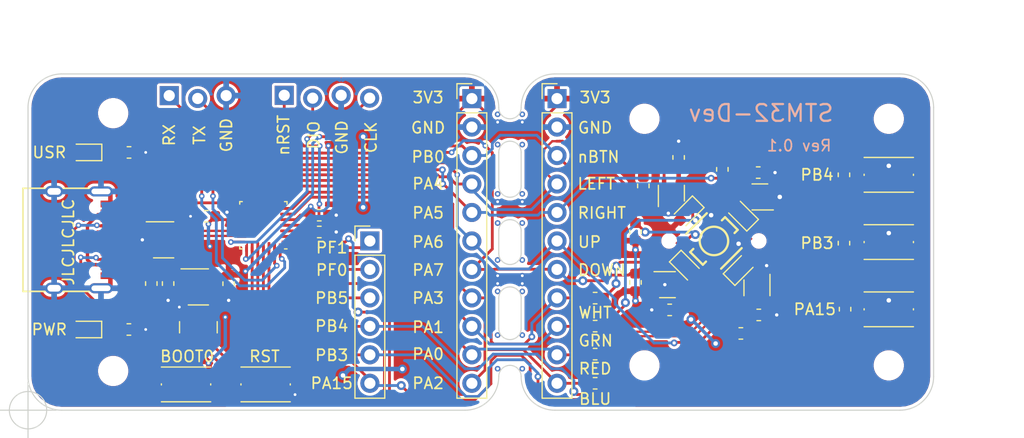
<source format=kicad_pcb>
(kicad_pcb (version 20171130) (host pcbnew 5.1.6-c6e7f7d~86~ubuntu20.04.1)
  (title_block (title stm32_dev) (rev 0.1) (company "Roman and Josh"))
  (layers (0 Top signal) (31 Bottom signal) (34 B.Paste user) (35 F.Paste user) (36 B.SilkS user) (37 F.SilkS user) (38 B.Mask user) (39 F.Mask user) (44 Edge.Cuts user))
  (net 0 "")
  (net 1 VBUS)
  (net 2 GND)
  (net 3 /nRST)
  (net 4 +3V3)
  (net 5 /USR_LED)
  (net 6 "Net-(D1-Pad1)")
  (net 7 "Net-(D2-Pad1)")
  (net 8 "Net-(D3-Pad1)")
  (net 9 "Net-(D4-Pad1)")
  (net 10 "Net-(D5-Pad1)")
  (net 11 "Net-(D6-Pad1)")
  (net 12 "Net-(F1-Pad2)")
  (net 13 /USB+)
  (net 14 "Net-(J1-PadA5)")
  (net 15 /USB-)
  (net 16 "Net-(J1-PadB5)")
  (net 17 /SWDCLK)
  (net 18 /SWDIO)
  (net 19 /UART_TX)
  (net 20 /UART_RX)
  (net 21 /SPARE_5)
  (net 22 /SPARE_4)
  (net 23 /SPARE_3)
  (net 24 /SPARE_2)
  (net 25 /SPARE_1)
  (net 26 /nLED_BLU)
  (net 27 /nLED_RED)
  (net 28 /nLED_GRN)
  (net 29 /nLED_WHT)
  (net 30 /TB_DOWN)
  (net 31 /TB_UP)
  (net 32 /TB_RIGHT)
  (net 33 /TB_LEFT)
  (net 34 /nTB_BUTTON)
  (net 35 /BOOT0)
  (net 36 /SPARE_6)
  (net 37 /USB_N)
  (net 38 /USB_P)
  (module josh-logos:board-title (layer Bottom) (at 133.9 89.4 180)
    (fp_text reference H10)
    (fp_text value Title)
    (fp_text user "Rev 0.1" (at -4.9 -3) (layer B.SilkS) (effects (justify mirror)))
    (fp_text user STM32-Dev (at -1.5 -0.1) (layer B.SilkS) (effects (font (size 1.5 1.5) (thickness 0.2)) (justify mirror)))
  )
  (module josh-buttons-switches:SW_Push_KMR2 (layer Top) (at 146.8 107)
    (fp_text reference SW6 hide)
    (fp_text value KMR2)
    (pad 2 smd rect (at 2.05 0.8) (size 0.9 1) (layers Top F.Paste F.Mask) (net 36 /SPARE_6))
    (pad 1 smd rect (at 2.05 -0.8) (size 0.9 1) (layers Top F.Paste F.Mask) (net 2 GND))
    (pad 2 smd rect (at -2.05 0.8) (size 0.9 1) (layers Top F.Paste F.Mask) (net 36 /SPARE_6))
    (pad 1 smd rect (at -2.05 -0.8) (size 0.9 1) (layers Top F.Paste F.Mask) (net 2 GND))
  )
  (module josh-buttons-switches:SW_Push_KMR2 (layer Top) (at 146.8 101)
    (fp_text reference SW5 hide)
    (fp_text value KMR2)
    (pad 2 smd rect (at 2.05 0.8) (size 0.9 1) (layers Top F.Paste F.Mask) (net 21 /SPARE_5))
    (pad 1 smd rect (at 2.05 -0.8) (size 0.9 1) (layers Top F.Paste F.Mask) (net 2 GND))
    (pad 2 smd rect (at -2.05 0.8) (size 0.9 1) (layers Top F.Paste F.Mask) (net 21 /SPARE_5))
    (pad 1 smd rect (at -2.05 -0.8) (size 0.9 1) (layers Top F.Paste F.Mask) (net 2 GND))
  )
  (module josh-buttons-switches:SW_Push_KMR2 (layer Top) (at 146.8 95)
    (fp_text reference SW4 hide)
    (fp_text value KMR2)
    (pad 2 smd rect (at 2.05 0.8) (size 0.9 1) (layers Top F.Paste F.Mask) (net 22 /SPARE_4))
    (pad 1 smd rect (at 2.05 -0.8) (size 0.9 1) (layers Top F.Paste F.Mask) (net 2 GND))
    (pad 2 smd rect (at -2.05 0.8) (size 0.9 1) (layers Top F.Paste F.Mask) (net 22 /SPARE_4))
    (pad 1 smd rect (at -2.05 -0.8) (size 0.9 1) (layers Top F.Paste F.Mask) (net 2 GND))
  )
  (module Resistor_SMD:R_0603_1608Metric (layer Top) (at 142.9 106.9875 270)
    (fp_text reference R14 hide)
    (fp_text value 10K)
    (pad 2 smd roundrect (at 0.7875 0 270) (size 0.875 0.95) (layers Top F.Paste F.Mask) (net 36 /SPARE_6))
    (pad 1 smd roundrect (at -0.7875 0 270) (size 0.875 0.95) (layers Top F.Paste F.Mask) (net 4 +3V3))
  )
  (module Resistor_SMD:R_0603_1608Metric (layer Top) (at 142.8 101.1 270)
    (fp_text reference R13 hide)
    (fp_text value 10K)
    (pad 2 smd roundrect (at 0.7875 0 270) (size 0.875 0.95) (layers Top F.Paste F.Mask) (net 21 /SPARE_5))
    (pad 1 smd roundrect (at -0.7875 0 270) (size 0.875 0.95) (layers Top F.Paste F.Mask) (net 4 +3V3))
  )
  (module Resistor_SMD:R_0603_1608Metric (layer Top) (at 142.8 95 270)
    (fp_text reference R12 hide)
    (fp_text value 10K)
    (pad 2 smd roundrect (at 0.7875 0 270) (size 0.875 0.95) (layers Top F.Paste F.Mask) (net 22 /SPARE_4))
    (pad 1 smd roundrect (at -0.7875 0 270) (size 0.875 0.95) (layers Top F.Paste F.Mask) (net 4 +3V3))
  )
  (module Capacitor_SMD:C_0603_1608Metric (layer Top) (at 135.15 94.8)
    (fp_text reference C10 hide)
    (fp_text value 100n)
    (pad 2 smd roundrect (at 0.7875 0) (size 0.875 0.95) (layers Top F.Paste F.Mask) (net 2 GND))
    (pad 1 smd roundrect (at -0.7875 0) (size 0.875 0.95) (layers Top F.Paste F.Mask) (net 4 +3V3))
  )
  (module Resistor_SMD:R_0603_1608Metric (layer Top) (at 124.9 95.9875 90)
    (fp_text reference R3 hide)
    (fp_text value 10K)
    (pad 2 smd roundrect (at 0.7875 0 90) (size 0.875 0.95) (layers Top F.Paste F.Mask) (net 33 /TB_LEFT))
    (pad 1 smd roundrect (at -0.7875 0 90) (size 0.875 0.95) (layers Top F.Paste F.Mask) (net 4 +3V3))
  )
  (module MountingHole:MountingHole_2.2mm_M2 (layer Top) (at 146.8 112)
    (fp_text reference H9 hide)
    (fp_text value M2)
    (pad 1 np_thru_hole circle (at 0 0) (size 2.2 2.2) (drill 2.2) (layers *.Cu *.Mask))
  )
  (module MountingHole:MountingHole_2.2mm_M2 (layer Top) (at 146.8 90)
    (fp_text reference H8 hide)
    (fp_text value M2)
    (pad 1 np_thru_hole circle (at 0 0) (size 2.2 2.2) (drill 2.2) (layers *.Cu *.Mask))
  )
  (module MountingHole:MountingHole_2.2mm_M2 (layer Top) (at 125 112)
    (fp_text reference H7 hide)
    (fp_text value M2)
    (pad 1 np_thru_hole circle (at 0 0) (size 2.2 2.2) (drill 2.2) (layers *.Cu *.Mask))
  )
  (module MountingHole:MountingHole_2.2mm_M2 (layer Top) (at 77.6 89.5)
    (fp_text reference H6 hide)
    (fp_text value M2)
    (pad 1 np_thru_hole circle (at 0 0) (size 2.2 2.2) (drill 2.2) (layers *.Cu *.Mask))
  )
  (module MountingHole:MountingHole_2.2mm_M2 (layer Top) (at 77.6 112.5)
    (fp_text reference H5 hide)
    (fp_text value M2)
    (pad 1 np_thru_hole circle (at 0 0) (size 2.2 2.2) (drill 2.2) (layers *.Cu *.Mask))
  )
  (module MountingHole:MountingHole_2.2mm_M2 (layer Top) (at 125 90)
    (fp_text reference H4 hide)
    (fp_text value M2)
    (pad 1 np_thru_hole circle (at 0 0) (size 2.2 2.2) (drill 2.2) (layers *.Cu *.Mask))
  )
  (module josh-keyboard:Trackball_Tactile_Switch (layer Top) (at 131.2 100.9 45)
    (fp_text reference SW3 hide)
    (fp_text value SW_Push hide)
    (pad 2 smd rect (at -2.225 -1.75 135) (size 1.1 0.7) (layers Top F.Paste F.Mask) (net 34 /nTB_BUTTON))
    (pad 2 smd rect (at -2.225 1.75 135) (size 1.1 0.7) (layers Top F.Paste F.Mask) (net 34 /nTB_BUTTON))
    (pad 1 smd rect (at 2.225 1.75 135) (size 1.1 0.7) (layers Top F.Paste F.Mask) (net 2 GND))
    (pad 1 smd rect (at 2.225 -1.75 135) (size 1.1 0.7) (layers Top F.Paste F.Mask) (net 2 GND))
  )
  (module Connector_PinHeader_2.54mm:PinHeader_1x06_P2.54mm_Vertical (layer Top) (at 100.5 100.9)
    (fp_text reference J4 hide)
    (fp_text value SPARE)
    (pad 6 thru_hole oval (at 0 12.7) (size 1.7 1.7) (drill 1) (layers *.Cu *.Mask) (net 36 /SPARE_6))
    (pad 5 thru_hole oval (at 0 10.16) (size 1.7 1.7) (drill 1) (layers *.Cu *.Mask) (net 21 /SPARE_5))
    (pad 4 thru_hole oval (at 0 7.62) (size 1.7 1.7) (drill 1) (layers *.Cu *.Mask) (net 22 /SPARE_4))
    (pad 3 thru_hole oval (at 0 5.08) (size 1.7 1.7) (drill 1) (layers *.Cu *.Mask) (net 23 /SPARE_3))
    (pad 2 thru_hole oval (at 0 2.54) (size 1.7 1.7) (drill 1) (layers *.Cu *.Mask) (net 24 /SPARE_2))
    (pad 1 thru_hole rect (at 0 0) (size 1.7 1.7) (drill 1) (layers *.Cu *.Mask) (net 25 /SPARE_1))
  )
  (module Fiducial:Fiducial_1mm_Mask2mm (layer Top) (at 73 113)
    (fp_text reference H3 hide)
    (fp_text value Fuduical)
    (pad "" smd circle (at 0 0) (size 1 1) (layers Top F.Mask) (clearance 0.5))
  )
  (module Fiducial:Fiducial_1mm_Mask2mm (layer Top) (at 73 89)
    (fp_text reference H2 hide)
    (fp_text value Fuduical)
    (pad "" smd circle (at 0 0) (size 1 1) (layers Top F.Mask) (clearance 0.5))
  )
  (module Fiducial:Fiducial_1mm_Mask2mm (layer Top) (at 141.8 112)
    (fp_text reference H1 hide)
    (fp_text value Fuduical)
    (pad "" smd circle (at 0 0) (size 1 1) (layers Top F.Mask) (clearance 0.5))
  )
  (module josh-connectors:STM_3_PIN_THT_Staggered (layer Top) (at 82.6 88.06 90)
    (fp_text reference J3 hide)
    (fp_text value UART)
    (pad 3 thru_hole oval (at 0.127 5.08 90) (size 1.7 1.7) (drill 1) (layers *.Cu *.Mask) (net 2 GND))
    (pad 2 thru_hole oval (at -0.127 2.54 90) (size 1.7 1.7) (drill 1) (layers *.Cu *.Mask) (net 19 /UART_TX))
    (pad 1 thru_hole rect (at 0.127 0 90) (size 1.7 1.7) (drill 1) (layers *.Cu *.Mask) (net 20 /UART_RX))
  )
  (module josh-connectors:STM_4_PIN_THT_Staggered (layer Top) (at 92.86 88.033 90)
    (fp_text reference J2 hide)
    (fp_text value SWD)
    (pad 4 thru_hole oval (at -0.127 7.62 90) (size 1.7 1.7) (drill 1) (layers *.Cu *.Mask) (net 17 /SWDCLK))
    (pad 3 thru_hole oval (at 0.127 5.08 90) (size 1.7 1.7) (drill 1) (layers *.Cu *.Mask) (net 2 GND))
    (pad 2 thru_hole oval (at -0.127 2.54 90) (size 1.7 1.7) (drill 1) (layers *.Cu *.Mask) (net 18 /SWDIO))
    (pad 1 thru_hole rect (at 0.127 0 90) (size 1.7 1.7) (drill 1) (layers *.Cu *.Mask) (net 3 /nRST))
  )
  (module josh-buttons-switches:SW_Push_KMR2 (layer Top) (at 91.2 113.7 180)
    (fp_text reference SW2 hide)
    (fp_text value KMR2)
    (pad 2 smd rect (at 2.05 0.8 180) (size 0.9 1) (layers Top F.Paste F.Mask) (net 3 /nRST))
    (pad 1 smd rect (at 2.05 -0.8 180) (size 0.9 1) (layers Top F.Paste F.Mask) (net 2 GND))
    (pad 2 smd rect (at -2.05 0.8 180) (size 0.9 1) (layers Top F.Paste F.Mask) (net 3 /nRST))
    (pad 1 smd rect (at -2.05 -0.8 180) (size 0.9 1) (layers Top F.Paste F.Mask) (net 2 GND))
  )
  (module josh-buttons-switches:SW_Push_KMR2 (layer Top) (at 84.1 113.7 180)
    (fp_text reference SW1 hide)
    (fp_text value KMR2)
    (pad 2 smd rect (at 2.05 0.8 180) (size 0.9 1) (layers Top F.Paste F.Mask) (net 4 +3V3))
    (pad 1 smd rect (at 2.05 -0.8 180) (size 0.9 1) (layers Top F.Paste F.Mask) (net 35 /BOOT0))
    (pad 2 smd rect (at -2.05 0.8 180) (size 0.9 1) (layers Top F.Paste F.Mask) (net 4 +3V3))
    (pad 1 smd rect (at -2.05 -0.8 180) (size 0.9 1) (layers Top F.Paste F.Mask) (net 35 /BOOT0))
  )
  (module Package_TO_SOT_SMD:SOT-353_SC-70-5 (layer Top) (at 127.053347 104.799069)
    (fp_text reference U7 hide)
    (fp_text value AN48840B hide)
    (pad 5 smd rect (at 0.95 -0.65) (size 0.65 0.4) (layers Top F.Paste F.Mask) (net 30 /TB_DOWN))
    (pad 4 smd rect (at 0.95 0.65) (size 0.65 0.4) (layers Top F.Paste F.Mask) (net 4 +3V3))
    (pad 2 smd rect (at -0.95 0) (size 0.65 0.4) (layers Top F.Paste F.Mask) (net 2 GND))
    (pad 3 smd rect (at -0.95 0.65) (size 0.65 0.4) (layers Top F.Paste F.Mask))
    (pad 1 smd rect (at -0.95 -0.65) (size 0.65 0.4) (layers Top F.Paste F.Mask))
  )
  (module Package_TO_SOT_SMD:SOT-353_SC-70-5 (layer Top) (at 135.29895 96.973585 180)
    (fp_text reference U6 hide)
    (fp_text value AN48840B hide)
    (pad 5 smd rect (at 0.95 -0.65 180) (size 0.65 0.4) (layers Top F.Paste F.Mask) (net 31 /TB_UP))
    (pad 4 smd rect (at 0.95 0.65 180) (size 0.65 0.4) (layers Top F.Paste F.Mask) (net 4 +3V3))
    (pad 2 smd rect (at -0.95 0 180) (size 0.65 0.4) (layers Top F.Paste F.Mask) (net 2 GND))
    (pad 3 smd rect (at -0.95 0.65 180) (size 0.65 0.4) (layers Top F.Paste F.Mask))
    (pad 1 smd rect (at -0.95 -0.65 180) (size 0.65 0.4) (layers Top F.Paste F.Mask))
  )
  (module Package_TO_SOT_SMD:SOT-353_SC-70-5 (layer Top) (at 135.0386 105.082282 270)
    (fp_text reference U5 hide)
    (fp_text value AN48840B hide)
    (pad 5 smd rect (at 0.95 -0.65 270) (size 0.65 0.4) (layers Top F.Paste F.Mask) (net 32 /TB_RIGHT))
    (pad 4 smd rect (at 0.95 0.65 270) (size 0.65 0.4) (layers Top F.Paste F.Mask) (net 4 +3V3))
    (pad 2 smd rect (at -0.95 0 270) (size 0.65 0.4) (layers Top F.Paste F.Mask) (net 2 GND))
    (pad 3 smd rect (at -0.95 0.65 270) (size 0.65 0.4) (layers Top F.Paste F.Mask))
    (pad 1 smd rect (at -0.95 -0.65 270) (size 0.65 0.4) (layers Top F.Paste F.Mask))
  )
  (module Package_TO_SOT_SMD:SOT-353_SC-70-5 (layer Top) (at 127.402091 96.633479 90)
    (fp_text reference U4 hide)
    (fp_text value AN48840B)
    (pad 5 smd rect (at 0.95 -0.65 90) (size 0.65 0.4) (layers Top F.Paste F.Mask) (net 33 /TB_LEFT))
    (pad 4 smd rect (at 0.95 0.65 90) (size 0.65 0.4) (layers Top F.Paste F.Mask) (net 4 +3V3))
    (pad 2 smd rect (at -0.95 0 90) (size 0.65 0.4) (layers Top F.Paste F.Mask) (net 2 GND))
    (pad 3 smd rect (at -0.95 0.65 90) (size 0.65 0.4) (layers Top F.Paste F.Mask))
    (pad 1 smd rect (at -0.95 -0.65 90) (size 0.65 0.4) (layers Top F.Paste F.Mask))
  )
  (module Package_DFN_QFN:QFN-28_4x4mm_P0.5mm (layer Top) (at 91 99.5 180)
    (fp_text reference U3 hide)
    (fp_text value STM32F042G6Ux)
    (pad 28 smd custom (at -1.5 -1.9975 180) (size 0.136863 0.136863) (layers Top F.Paste F.Mask) (net 20 /UART_RX) (options (clearance outline) (anchor circle)) (primitives (gr_poly (pts (xy -0.08 -0.3325) (xy 0.08 -0.3325) (xy 0.08 0.3325) (xy 0.05364 0.3325) (xy -0.08 0.19886)) (width 0.09))))
    (pad 27 smd roundrect (at -1 -1.9375 180) (size 0.25 0.875) (layers Top F.Paste F.Mask) (net 19 /UART_TX))
    (pad 26 smd roundrect (at -0.5 -1.9375 180) (size 0.25 0.875) (layers Top F.Paste F.Mask) (net 23 /SPARE_3))
    (pad 25 smd roundrect (at 0 -1.9375 180) (size 0.25 0.875) (layers Top F.Paste F.Mask) (net 22 /SPARE_4))
    (pad 24 smd roundrect (at 0.5 -1.9375 180) (size 0.25 0.875) (layers Top F.Paste F.Mask) (net 21 /SPARE_5))
    (pad 23 smd roundrect (at 1 -1.9375 180) (size 0.25 0.875) (layers Top F.Paste F.Mask) (net 36 /SPARE_6))
    (pad 22 smd custom (at 1.5 -1.9975 180) (size 0.136863 0.136863) (layers Top F.Paste F.Mask) (net 17 /SWDCLK) (options (clearance outline) (anchor circle)) (primitives (gr_poly (pts (xy -0.08 -0.3325) (xy 0.08 -0.3325) (xy 0.08 0.19886) (xy -0.05364 0.3325) (xy -0.08 0.3325)) (width 0.09))))
    (pad 21 smd custom (at 1.9975 -1.5 180) (size 0.136863 0.136863) (layers Top F.Paste F.Mask) (net 18 /SWDIO) (options (clearance outline) (anchor circle)) (primitives (gr_poly (pts (xy -0.3325 0.05364) (xy -0.19886 -0.08) (xy 0.3325 -0.08) (xy 0.3325 0.08) (xy -0.3325 0.08)) (width 0.09))))
    (pad 20 smd roundrect (at 1.9375 -1 180) (size 0.875 0.25) (layers Top F.Paste F.Mask) (net 38 /USB_P))
    (pad 19 smd roundrect (at 1.9375 -0.5 180) (size 0.875 0.25) (layers Top F.Paste F.Mask) (net 37 /USB_N))
    (pad 18 smd roundrect (at 1.9375 0 180) (size 0.875 0.25) (layers Top F.Paste F.Mask) (net 4 +3V3))
    (pad 17 smd roundrect (at 1.9375 0.5 180) (size 0.875 0.25) (layers Top F.Paste F.Mask) (net 4 +3V3))
    (pad 16 smd roundrect (at 1.9375 1 180) (size 0.875 0.25) (layers Top F.Paste F.Mask) (net 2 GND))
    (pad 15 smd custom (at 1.9975 1.5 180) (size 0.136863 0.136863) (layers Top F.Paste F.Mask) (net 5 /USR_LED) (options (clearance outline) (anchor circle)) (primitives (gr_poly (pts (xy -0.3325 -0.08) (xy 0.3325 -0.08) (xy 0.3325 0.08) (xy -0.19886 0.08) (xy -0.3325 -0.05364)) (width 0.09))))
    (pad 14 smd custom (at 1.5 1.9975 180) (size 0.136863 0.136863) (layers Top F.Paste F.Mask) (net 34 /nTB_BUTTON) (options (clearance outline) (anchor circle)) (primitives (gr_poly (pts (xy -0.08 -0.3325) (xy -0.05364 -0.3325) (xy 0.08 -0.19886) (xy 0.08 0.3325) (xy -0.08 0.3325)) (width 0.09))))
    (pad 13 smd roundrect (at 1 1.9375 180) (size 0.25 0.875) (layers Top F.Paste F.Mask) (net 30 /TB_DOWN))
    (pad 12 smd roundrect (at 0.5 1.9375 180) (size 0.25 0.875) (layers Top F.Paste F.Mask) (net 32 /TB_RIGHT))
    (pad 11 smd roundrect (at 0 1.9375 180) (size 0.25 0.875) (layers Top F.Paste F.Mask) (net 31 /TB_UP))
    (pad 10 smd roundrect (at -0.5 1.9375 180) (size 0.25 0.875) (layers Top F.Paste F.Mask) (net 33 /TB_LEFT))
    (pad 9 smd roundrect (at -1 1.9375 180) (size 0.25 0.875) (layers Top F.Paste F.Mask) (net 29 /nLED_WHT))
    (pad 8 smd custom (at -1.5 1.9975 180) (size 0.136863 0.136863) (layers Top F.Paste F.Mask) (net 26 /nLED_BLU) (options (clearance outline) (anchor circle)) (primitives (gr_poly (pts (xy -0.08 -0.19886) (xy 0.05364 -0.3325) (xy 0.08 -0.3325) (xy 0.08 0.3325) (xy -0.08 0.3325)) (width 0.09))))
    (pad 7 smd custom (at -1.9975 1.5 180) (size 0.136863 0.136863) (layers Top F.Paste F.Mask) (net 28 /nLED_GRN) (options (clearance outline) (anchor circle)) (primitives (gr_poly (pts (xy -0.3325 -0.08) (xy 0.3325 -0.08) (xy 0.3325 -0.05364) (xy 0.19886 0.08) (xy -0.3325 0.08)) (width 0.09))))
    (pad 6 smd roundrect (at -1.9375 1 180) (size 0.875 0.25) (layers Top F.Paste F.Mask) (net 27 /nLED_RED))
    (pad 5 smd roundrect (at -1.9375 0.5 180) (size 0.875 0.25) (layers Top F.Paste F.Mask) (net 4 +3V3))
    (pad 4 smd roundrect (at -1.9375 0 180) (size 0.875 0.25) (layers Top F.Paste F.Mask) (net 3 /nRST))
    (pad 3 smd roundrect (at -1.9375 -0.5 180) (size 0.875 0.25) (layers Top F.Paste F.Mask) (net 25 /SPARE_1))
    (pad 2 smd roundrect (at -1.9375 -1 180) (size 0.875 0.25) (layers Top F.Paste F.Mask) (net 24 /SPARE_2))
    (pad 1 smd custom (at -1.9975 -1.5 180) (size 0.136863 0.136863) (layers Top F.Paste F.Mask) (net 35 /BOOT0) (options (clearance outline) (anchor circle)) (primitives (gr_poly (pts (xy -0.3325 -0.08) (xy 0.19886 -0.08) (xy 0.3325 0.05364) (xy 0.3325 0.08) (xy -0.3325 0.08)) (width 0.09))))
  )
  (module Package_TO_SOT_SMD:SOT-23-6 (layer Top) (at 82.1 100.8)
    (fp_text reference U2 hide)
    (fp_text value USBLC6-2SC6)
    (pad 5 smd rect (at 1.1 0) (size 1.06 0.65) (layers Top F.Paste F.Mask) (net 12 "Net-(F1-Pad2)"))
    (pad 6 smd rect (at 1.1 -0.95) (size 1.06 0.65) (layers Top F.Paste F.Mask) (net 37 /USB_N))
    (pad 4 smd rect (at 1.1 0.95) (size 1.06 0.65) (layers Top F.Paste F.Mask) (net 38 /USB_P))
    (pad 3 smd rect (at -1.1 0.95) (size 1.06 0.65) (layers Top F.Paste F.Mask) (net 13 /USB+))
    (pad 2 smd rect (at -1.1 0) (size 1.06 0.65) (layers Top F.Paste F.Mask) (net 2 GND))
    (pad 1 smd rect (at -1.1 -0.95) (size 1.06 0.65) (layers Top F.Paste F.Mask) (net 15 /USB-))
  )
  (module Package_TO_SOT_SMD:SOT-23-5 (layer Top) (at 85.2 105)
    (fp_text reference U1 hide)
    (fp_text value AP2112K-3.3)
    (pad 5 smd rect (at 1.1 -0.95) (size 1.06 0.65) (layers Top F.Paste F.Mask) (net 4 +3V3))
    (pad 4 smd rect (at 1.1 0.95) (size 1.06 0.65) (layers Top F.Paste F.Mask))
    (pad 3 smd rect (at -1.1 0.95) (size 1.06 0.65) (layers Top F.Paste F.Mask) (net 1 VBUS))
    (pad 2 smd rect (at -1.1 0) (size 1.06 0.65) (layers Top F.Paste F.Mask) (net 2 GND))
    (pad 1 smd rect (at -1.1 -0.95) (size 1.06 0.65) (layers Top F.Paste F.Mask) (net 1 VBUS))
  )
  (module josh-keyboard:TRACKBALL (layer Top) (at 131.2 100.9)
    (fp_text reference T1 hide)
    (fp_text value Trackball hide)
    (pad "" np_thru_hole circle (at 4 0) (size 0.9 0.9) (drill 0.9) (layers *.Cu *.Mask))
    (pad "" np_thru_hole circle (at -4 0) (size 0.9 0.9) (drill 0.9) (layers *.Cu *.Mask))
  )
  (module Resistor_SMD:R_Array_Convex_4x0603 (layer Top) (at 85.2 108.6 270)
    (fp_text reference RN1 hide)
    (fp_text value 5K1)
    (pad 5 smd rect (at 0.9 1.2 270) (size 0.8 0.5) (layers Top F.Paste F.Mask) (net 14 "Net-(J1-PadA5)"))
    (pad 6 smd rect (at 0.9 0.4 270) (size 0.8 0.4) (layers Top F.Paste F.Mask) (net 16 "Net-(J1-PadB5)"))
    (pad 8 smd rect (at 0.9 -1.2 270) (size 0.8 0.5) (layers Top F.Paste F.Mask) (net 3 /nRST))
    (pad 7 smd rect (at 0.9 -0.4 270) (size 0.8 0.4) (layers Top F.Paste F.Mask) (net 35 /BOOT0))
    (pad 4 smd rect (at -0.9 1.2 270) (size 0.8 0.5) (layers Top F.Paste F.Mask) (net 2 GND))
    (pad 2 smd rect (at -0.9 -0.4 270) (size 0.8 0.4) (layers Top F.Paste F.Mask) (net 2 GND))
    (pad 3 smd rect (at -0.9 0.4 270) (size 0.8 0.4) (layers Top F.Paste F.Mask) (net 2 GND))
    (pad 1 smd rect (at -0.9 -1.2 270) (size 0.8 0.5) (layers Top F.Paste F.Mask) (net 4 +3V3))
  )
  (module Resistor_SMD:R_0603_1608Metric (layer Top) (at 124.2 100.0875 90)
    (fp_text reference R11 hide)
    (fp_text value 10K)
    (pad 2 smd roundrect (at 0.7875 0 90) (size 0.875 0.95) (layers Top F.Paste F.Mask) (net 34 /nTB_BUTTON))
    (pad 1 smd roundrect (at -0.7875 0 90) (size 0.875 0.95) (layers Top F.Paste F.Mask) (net 4 +3V3))
  )
  (module Resistor_SMD:R_0603_1608Metric (layer Top) (at 120.6 106 180)
    (fp_text reference R10 hide)
    (fp_text value 220R)
    (pad 2 smd roundrect (at 0.7875 0 180) (size 0.875 0.95) (layers Top F.Paste F.Mask) (net 29 /nLED_WHT))
    (pad 1 smd roundrect (at -0.7875 0 180) (size 0.875 0.95) (layers Top F.Paste F.Mask) (net 11 "Net-(D6-Pad1)"))
  )
  (module Resistor_SMD:R_0603_1608Metric (layer Top) (at 120.6 108.5 180)
    (fp_text reference R9 hide)
    (fp_text value 220R)
    (pad 2 smd roundrect (at 0.7875 0 180) (size 0.875 0.95) (layers Top F.Paste F.Mask) (net 28 /nLED_GRN))
    (pad 1 smd roundrect (at -0.7875 0 180) (size 0.875 0.95) (layers Top F.Paste F.Mask) (net 10 "Net-(D5-Pad1)"))
  )
  (module Resistor_SMD:R_0603_1608Metric (layer Top) (at 120.6 111 180)
    (fp_text reference R8 hide)
    (fp_text value 220R)
    (pad 2 smd roundrect (at 0.7875 0 180) (size 0.875 0.95) (layers Top F.Paste F.Mask) (net 27 /nLED_RED))
    (pad 1 smd roundrect (at -0.7875 0 180) (size 0.875 0.95) (layers Top F.Paste F.Mask) (net 9 "Net-(D4-Pad1)"))
  )
  (module Resistor_SMD:R_0603_1608Metric (layer Top) (at 120.6 113.6 180)
    (fp_text reference R7 hide)
    (fp_text value 220R)
    (pad 2 smd roundrect (at 0.7875 0 180) (size 0.875 0.95) (layers Top F.Paste F.Mask) (net 26 /nLED_BLU))
    (pad 1 smd roundrect (at -0.7875 0 180) (size 0.875 0.95) (layers Top F.Paste F.Mask) (net 8 "Net-(D3-Pad1)"))
  )
  (module Resistor_SMD:R_0603_1608Metric (layer Top) (at 124.2 104.6 90)
    (fp_text reference R6 hide)
    (fp_text value 10K)
    (pad 2 smd roundrect (at 0.7875 0 90) (size 0.875 0.95) (layers Top F.Paste F.Mask) (net 30 /TB_DOWN))
    (pad 1 smd roundrect (at -0.7875 0 90) (size 0.875 0.95) (layers Top F.Paste F.Mask) (net 4 +3V3))
  )
  (module Resistor_SMD:R_0603_1608Metric (layer Top) (at 131.95 94.5125 270)
    (fp_text reference R5 hide)
    (fp_text value 10K)
    (pad 2 smd roundrect (at 0.7875 0 270) (size 0.875 0.95) (layers Top F.Paste F.Mask) (net 31 /TB_UP))
    (pad 1 smd roundrect (at -0.7875 0 270) (size 0.875 0.95) (layers Top F.Paste F.Mask) (net 4 +3V3))
  )
  (module Resistor_SMD:R_0603_1608Metric (layer Top) (at 133.6 109.15 180)
    (fp_text reference R4 hide)
    (fp_text value 10K)
    (pad 2 smd roundrect (at 0.7875 0 180) (size 0.875 0.95) (layers Top F.Paste F.Mask) (net 32 /TB_RIGHT))
    (pad 1 smd roundrect (at -0.7875 0 180) (size 0.875 0.95) (layers Top F.Paste F.Mask) (net 4 +3V3))
  )
  (module Resistor_SMD:R_0603_1608Metric (layer Top) (at 79 108.8)
    (fp_text reference R2 hide)
    (fp_text value 2K2)
    (pad 2 smd roundrect (at 0.7875 0) (size 0.875 0.95) (layers Top F.Paste F.Mask) (net 2 GND))
    (pad 1 smd roundrect (at -0.7875 0) (size 0.875 0.95) (layers Top F.Paste F.Mask) (net 7 "Net-(D2-Pad1)"))
  )
  (module Resistor_SMD:R_0603_1608Metric (layer Top) (at 79.0125 93)
    (fp_text reference R1 hide)
    (fp_text value 2K2)
    (pad 2 smd roundrect (at 0.7875 0) (size 0.875 0.95) (layers Top F.Paste F.Mask) (net 2 GND))
    (pad 1 smd roundrect (at -0.7875 0) (size 0.875 0.95) (layers Top F.Paste F.Mask) (net 6 "Net-(D1-Pad1)"))
  )
  (module Connector_PinHeader_2.54mm:PinHeader_1x11_P2.54mm_Vertical (layer Top) (at 117.2 88.2)
    (fp_text reference J6 hide)
    (fp_text value Breakout)
    (pad 11 thru_hole oval (at 0 25.4) (size 1.7 1.7) (drill 1) (layers *.Cu *.Mask) (net 26 /nLED_BLU))
    (pad 10 thru_hole oval (at 0 22.86) (size 1.7 1.7) (drill 1) (layers *.Cu *.Mask) (net 27 /nLED_RED))
    (pad 9 thru_hole oval (at 0 20.32) (size 1.7 1.7) (drill 1) (layers *.Cu *.Mask) (net 28 /nLED_GRN))
    (pad 8 thru_hole oval (at 0 17.78) (size 1.7 1.7) (drill 1) (layers *.Cu *.Mask) (net 29 /nLED_WHT))
    (pad 7 thru_hole oval (at 0 15.24) (size 1.7 1.7) (drill 1) (layers *.Cu *.Mask) (net 30 /TB_DOWN))
    (pad 6 thru_hole oval (at 0 12.7) (size 1.7 1.7) (drill 1) (layers *.Cu *.Mask) (net 32 /TB_RIGHT))
    (pad 5 thru_hole oval (at 0 10.16) (size 1.7 1.7) (drill 1) (layers *.Cu *.Mask) (net 31 /TB_UP))
    (pad 4 thru_hole oval (at 0 7.62) (size 1.7 1.7) (drill 1) (layers *.Cu *.Mask) (net 33 /TB_LEFT))
    (pad 3 thru_hole oval (at 0 5.08) (size 1.7 1.7) (drill 1) (layers *.Cu *.Mask) (net 34 /nTB_BUTTON))
    (pad 2 thru_hole oval (at 0 2.54) (size 1.7 1.7) (drill 1) (layers *.Cu *.Mask) (net 2 GND))
    (pad 1 thru_hole rect (at 0 0) (size 1.7 1.7) (drill 1) (layers *.Cu *.Mask) (net 4 +3V3))
  )
  (module Connector_PinHeader_2.54mm:PinHeader_1x11_P2.54mm_Vertical (layer Top) (at 109.6 88.2)
    (fp_text reference J5 hide)
    (fp_text value Breakout)
    (pad 11 thru_hole oval (at 0 25.4) (size 1.7 1.7) (drill 1) (layers *.Cu *.Mask) (net 26 /nLED_BLU))
    (pad 10 thru_hole oval (at 0 22.86) (size 1.7 1.7) (drill 1) (layers *.Cu *.Mask) (net 27 /nLED_RED))
    (pad 9 thru_hole oval (at 0 20.32) (size 1.7 1.7) (drill 1) (layers *.Cu *.Mask) (net 28 /nLED_GRN))
    (pad 8 thru_hole oval (at 0 17.78) (size 1.7 1.7) (drill 1) (layers *.Cu *.Mask) (net 29 /nLED_WHT))
    (pad 7 thru_hole oval (at 0 15.24) (size 1.7 1.7) (drill 1) (layers *.Cu *.Mask) (net 30 /TB_DOWN))
    (pad 6 thru_hole oval (at 0 12.7) (size 1.7 1.7) (drill 1) (layers *.Cu *.Mask) (net 32 /TB_RIGHT))
    (pad 5 thru_hole oval (at 0 10.16) (size 1.7 1.7) (drill 1) (layers *.Cu *.Mask) (net 31 /TB_UP))
    (pad 4 thru_hole oval (at 0 7.62) (size 1.7 1.7) (drill 1) (layers *.Cu *.Mask) (net 33 /TB_LEFT))
    (pad 3 thru_hole oval (at 0 5.08) (size 1.7 1.7) (drill 1) (layers *.Cu *.Mask) (net 34 /nTB_BUTTON))
    (pad 2 thru_hole oval (at 0 2.54) (size 1.7 1.7) (drill 1) (layers *.Cu *.Mask) (net 2 GND))
    (pad 1 thru_hole rect (at 0 0) (size 1.7 1.7) (drill 1) (layers *.Cu *.Mask) (net 4 +3V3))
  )
  (module josh-connectors:USB_C_U262-161N-4BVC11 (layer Top) (at 74.2 100.8 270)
    (fp_text reference J1 hide)
    (fp_text value USB_C_Receptacle_USB2.0)
    (pad A12 smd rect (at 3.35 -3.15 270) (size 0.3 1.75) (layers Top F.Paste F.Mask) (net 2 GND) (clearance 0.01))
    (pad B1 smd rect (at 3.05 -3.15 270) (size 0.3 1.75) (layers Top F.Paste F.Mask) (net 2 GND) (clearance 0.01))
    (pad B4 smd rect (at 2.25 -3.15 270) (size 0.3 1.75) (layers Top F.Paste F.Mask) (net 12 "Net-(F1-Pad2)") (clearance 0.01))
    (pad A9 smd rect (at 2.55 -3.15 270) (size 0.3 1.75) (layers Top F.Paste F.Mask) (net 12 "Net-(F1-Pad2)") (clearance 0.01))
    (pad B9 smd rect (at -2.25 -3.15 270) (size 0.3 1.75) (layers Top F.Paste F.Mask) (net 12 "Net-(F1-Pad2)") (clearance 0.01))
    (pad A4 smd rect (at -2.55 -3.15 270) (size 0.3 1.75) (layers Top F.Paste F.Mask) (net 12 "Net-(F1-Pad2)") (clearance 0.01))
    (pad B12 smd rect (at -3.05 -3.15 270) (size 0.3 1.75) (layers Top F.Paste F.Mask) (net 2 GND) (clearance 0.01))
    (pad A1 smd rect (at -3.35 -3.15 270) (size 0.3 1.75) (layers Top F.Paste F.Mask) (net 2 GND) (clearance 0.01))
    (pad A6 smd rect (at -0.25 -3.15 270) (size 0.3 1.75) (layers Top F.Paste F.Mask) (net 13 /USB+))
    (pad A5 smd rect (at -1.25 -3.15 270) (size 0.3 1.75) (layers Top F.Paste F.Mask) (net 14 "Net-(J1-PadA5)"))
    (pad B8 smd rect (at -1.75 -3.15 270) (size 0.3 1.75) (layers Top F.Paste F.Mask))
    (pad B7 smd rect (at -0.75 -3.15 270) (size 0.3 1.75) (layers Top F.Paste F.Mask) (net 15 /USB-))
    (pad B5 smd rect (at 1.75 -3.15 270) (size 0.3 1.75) (layers Top F.Paste F.Mask) (net 16 "Net-(J1-PadB5)"))
    (pad A8 smd rect (at 1.25 -3.15 270) (size 0.3 1.75) (layers Top F.Paste F.Mask))
    (pad B6 smd rect (at 0.75 -3.15 270) (size 0.3 1.75) (layers Top F.Paste F.Mask) (net 13 /USB+))
    (pad A7 smd rect (at 0.25 -3.15 270) (size 0.3 1.75) (layers Top F.Paste F.Mask) (net 15 /USB-))
    (pad "" np_thru_hole circle (at 2.89 -1.81 270) (size 0.65 0.65) (drill 0.65) (layers *.Cu *.Mask) (clearance 0.01))
    (pad "" np_thru_hole circle (at -2.89 -1.81 270) (size 0.65 0.65) (drill 0.65) (layers *.Cu *.Mask) (clearance 0.01))
    (pad S1 thru_hole oval (at 4.32 -2.31 270) (size 0.9 2.1) (drill oval 0.5 1.7) (layers *.Cu *.Mask F.Paste) (net 2 GND))
    (pad S1 thru_hole oval (at -4.32 -2.31 270) (size 0.9 2.1) (drill oval 0.5 1.7) (layers *.Cu *.Mask F.Paste) (net 2 GND))
    (pad S1 thru_hole oval (at 4.32 1.87 270) (size 1 1.6) (drill oval 0.6 1.2) (layers *.Cu *.Mask F.Paste) (net 2 GND))
    (pad S1 thru_hole oval (at -4.32 1.87 270) (size 1 1.6) (drill oval 0.6 1.2) (layers *.Cu *.Mask F.Paste) (net 2 GND))
  )
  (module josh-passives-smt:Fuse_0603_1608Metric (layer Top) (at 81 104.7 270)
    (fp_text reference F1 hide)
    (fp_text value 500mA)
    (pad 2 smd roundrect (at 0.7875 0 270) (size 0.875 0.95) (layers Top F.Paste F.Mask) (net 12 "Net-(F1-Pad2)"))
    (pad 1 smd roundrect (at -0.7875 0 270) (size 0.875 0.95) (layers Top F.Paste F.Mask) (net 1 VBUS))
  )
  (module LED_SMD:LED_0603_1608Metric (layer Top) (at 128.8 103.3 315)
    (fp_text reference D6 hide)
    (fp_text value LED)
    (pad 2 smd roundrect (at 0.7875 0 315) (size 0.875 0.95) (layers Top F.Paste F.Mask) (net 4 +3V3))
    (pad 1 smd roundrect (at -0.7875 0 315) (size 0.875 0.95) (layers Top F.Paste F.Mask) (net 11 "Net-(D6-Pad1)"))
  )
  (module LED_SMD:LED_0603_1608Metric (layer Top) (at 128.75 98.45 225)
    (fp_text reference D5 hide)
    (fp_text value LED)
    (pad 2 smd roundrect (at 0.7875 0 225) (size 0.875 0.95) (layers Top F.Paste F.Mask) (net 4 +3V3))
    (pad 1 smd roundrect (at -0.7875 0 225) (size 0.875 0.95) (layers Top F.Paste F.Mask) (net 10 "Net-(D5-Pad1)"))
  )
  (module LED_SMD:LED_0603_1608Metric (layer Top) (at 133.6 98.45 135)
    (fp_text reference D4 hide)
    (fp_text value LED)
    (pad 2 smd roundrect (at 0.7875 0 135) (size 0.875 0.95) (layers Top F.Paste F.Mask) (net 4 +3V3))
    (pad 1 smd roundrect (at -0.7875 0 135) (size 0.875 0.95) (layers Top F.Paste F.Mask) (net 9 "Net-(D4-Pad1)"))
  )
  (module LED_SMD:LED_0603_1608Metric (layer Top) (at 133.6 103.3 45)
    (fp_text reference D3 hide)
    (fp_text value LED)
    (pad 2 smd roundrect (at 0.7875 0 45) (size 0.875 0.95) (layers Top F.Paste F.Mask) (net 4 +3V3))
    (pad 1 smd roundrect (at -0.7875 0 45) (size 0.875 0.95) (layers Top F.Paste F.Mask) (net 8 "Net-(D3-Pad1)"))
  )
  (module LED_SMD:LED_0603_1608Metric (layer Top) (at 75.0875 108.8 180)
    (fp_text reference D2 hide)
    (fp_text value LED)
    (pad 2 smd roundrect (at 0.7875 0 180) (size 0.875 0.95) (layers Top F.Paste F.Mask) (net 4 +3V3))
    (pad 1 smd roundrect (at -0.7875 0 180) (size 0.875 0.95) (layers Top F.Paste F.Mask) (net 7 "Net-(D2-Pad1)"))
  )
  (module LED_SMD:LED_0603_1608Metric (layer Top) (at 75.1 93 180)
    (fp_text reference D1 hide)
    (fp_text value LED)
    (pad 2 smd roundrect (at 0.7875 0 180) (size 0.875 0.95) (layers Top F.Paste F.Mask) (net 5 /USR_LED))
    (pad 1 smd roundrect (at -0.7875 0 180) (size 0.875 0.95) (layers Top F.Paste F.Mask) (net 6 "Net-(D1-Pad1)"))
  )
  (module Capacitor_SMD:C_0603_1608Metric (layer Top) (at 128.05 93.45 90)
    (fp_text reference C9 hide)
    (fp_text value 100n)
    (pad 2 smd roundrect (at 0.7875 0 90) (size 0.875 0.95) (layers Top F.Paste F.Mask) (net 2 GND))
    (pad 1 smd roundrect (at -0.7875 0 90) (size 0.875 0.95) (layers Top F.Paste F.Mask) (net 4 +3V3))
  )
  (module Capacitor_SMD:C_0603_1608Metric (layer Top) (at 127.25 107.05 180)
    (fp_text reference C8 hide)
    (fp_text value 100n)
    (pad 2 smd roundrect (at 0.7875 0 180) (size 0.875 0.95) (layers Top F.Paste F.Mask) (net 2 GND))
    (pad 1 smd roundrect (at -0.7875 0 180) (size 0.875 0.95) (layers Top F.Paste F.Mask) (net 4 +3V3))
  )
  (module Capacitor_SMD:C_0603_1608Metric (layer Top) (at 135.2 107.5)
    (fp_text reference C7 hide)
    (fp_text value 100n)
    (pad 2 smd roundrect (at 0.7875 0) (size 0.875 0.95) (layers Top F.Paste F.Mask) (net 2 GND))
    (pad 1 smd roundrect (at -0.7875 0) (size 0.875 0.95) (layers Top F.Paste F.Mask) (net 4 +3V3))
  )
  (module Capacitor_SMD:C_0603_1608Metric (layer Top) (at 95.9875 98.6 180)
    (fp_text reference C6 hide)
    (fp_text value 100n)
    (pad 2 smd roundrect (at 0.7875 0 180) (size 0.875 0.95) (layers Top F.Paste F.Mask) (net 4 +3V3))
    (pad 1 smd roundrect (at -0.7875 0 180) (size 0.875 0.95) (layers Top F.Paste F.Mask) (net 2 GND))
  )
  (module Capacitor_SMD:C_0603_1608Metric (layer Top) (at 85.9125 98.7)
    (fp_text reference C5 hide)
    (fp_text value 100n)
    (pad 2 smd roundrect (at 0.7875 0) (size 0.875 0.95) (layers Top F.Paste F.Mask) (net 4 +3V3))
    (pad 1 smd roundrect (at -0.7875 0) (size 0.875 0.95) (layers Top F.Paste F.Mask) (net 2 GND))
  )
  (module Capacitor_SMD:C_0603_1608Metric (layer Top) (at 87.9 104.7125 90)
    (fp_text reference C3 hide)
    (fp_text value 1u)
    (pad 2 smd roundrect (at 0.7875 0 90) (size 0.875 0.95) (layers Top F.Paste F.Mask) (net 4 +3V3))
    (pad 1 smd roundrect (at -0.7875 0 90) (size 0.875 0.95) (layers Top F.Paste F.Mask) (net 2 GND))
  )
  (module Capacitor_SMD:C_0603_1608Metric (layer Top) (at 95.9875 100.1)
    (fp_text reference C2 hide)
    (fp_text value 100n)
    (pad 2 smd roundrect (at 0.7875 0) (size 0.875 0.95) (layers Top F.Paste F.Mask) (net 2 GND))
    (pad 1 smd roundrect (at -0.7875 0) (size 0.875 0.95) (layers Top F.Paste F.Mask) (net 3 /nRST))
  )
  (module Capacitor_SMD:C_0603_1608Metric (layer Top) (at 82.5 104.7 90)
    (fp_text reference C1 hide)
    (fp_text value 1u)
    (pad 2 smd roundrect (at 0.7875 0 90) (size 0.875 0.95) (layers Top F.Paste F.Mask) (net 1 VBUS))
    (pad 1 smd roundrect (at -0.7875 0 90) (size 0.875 0.95) (layers Top F.Paste F.Mask) (net 2 GND))
  )
  (gr_text JLCJLCJLC (at 73.6 101 90) (layer F.SilkS) (effects (font (size 1 1))))
  (gr_text PB4 (at 140.4 95) (layer F.SilkS) (effects (font (size 1 1))))
  (gr_text PB3 (at 140.4 101.1) (layer F.SilkS) (effects (font (size 1 1))))
  (gr_text PA15 (at 140.2 107) (layer F.SilkS) (effects (font (size 1 1))))
  (gr_text RIGHT (at 121.2 98.4) (layer F.SilkS) (effects (font (size 1 1))))
  (gr_text nBTN (at 120.9 93.4) (layer F.SilkS) (effects (font (size 1 1))))
  (gr_text DOWN (at 121.2 103.5) (layer F.SilkS) (effects (font (size 1 1))))
  (gr_text UP (at 120.1 101) (layer F.SilkS) (effects (font (size 1 1))))
  (gr_text LEFT (at 120.7 95.8) (layer F.SilkS) (effects (font (size 1 1))))
  (gr_text WHT (at 120.6 107.3) (layer F.SilkS) (effects (font (size 1 1))))
  (gr_text BLU (at 120.6 115) (layer F.SilkS) (effects (font (size 1 1))))
  (gr_text GND (at 120.6 90.8) (layer F.SilkS) (effects (font (size 1 1))))
  (gr_text 3V3 (at 120.6 88.1) (layer F.SilkS) (effects (font (size 1 1))))
  (gr_text RED (at 120.6 112.3) (layer F.SilkS) (effects (font (size 1 1))))
  (gr_text GRN (at 120.65 109.8) (layer F.SilkS) (effects (font (size 1 1))))
  (gr_line (start 150.8 89) (end 150.8 113) (layer Edge.Cuts) (width 0.1))
  (gr_line (start 117 86) (end 147.8 86) (layer Edge.Cuts) (width 0.1))
  (gr_arc (start 147.8 89) (end 150.8 89) (angle -90) (layer Edge.Cuts) (width 0.1))
  (gr_line (start 117 116) (end 147.8 116) (layer Edge.Cuts) (width 0.1))
  (gr_arc (start 147.8 113) (end 147.8 116) (angle -90) (layer Edge.Cuts) (width 0.1))
  (gr_line (start 114 108.7) (end 114 106) (layer Edge.Cuts) (width 0.1))
  (gr_line (start 114 102) (end 114 100) (layer Edge.Cuts) (width 0.1))
  (gr_line (start 114 93) (end 114 96) (layer Edge.Cuts) (width 0.1))
  (gr_arc (start 117 89) (end 117 86) (angle -90) (layer Edge.Cuts) (width 0.1))
  (gr_arc (start 117 113) (end 114 113) (angle -90) (layer Edge.Cuts) (width 0.1))
  (gr_line (start 112 96) (end 112 93) (layer Edge.Cuts) (width 0.1))
  (gr_line (start 112 102) (end 112 100) (layer Edge.Cuts) (width 0.1))
  (gr_line (start 112 108.7) (end 112 106) (layer Edge.Cuts) (width 0.1))
  (gr_arc (start 113 100) (end 114 100) (angle -180) (layer Edge.Cuts) (width 0.1))
  (gr_arc (start 113 96) (end 112 96) (angle -180) (layer Edge.Cuts) (width 0.1))
  (gr_arc (start 113 102) (end 112 102) (angle -180) (layer Edge.Cuts) (width 0.1))
  (gr_arc (start 113 106) (end 114 106) (angle -180) (layer Edge.Cuts) (width 0.1))
  (gr_arc (start 113 113) (end 114 113) (angle -180) (layer Edge.Cuts) (width 0.1))
  (gr_arc (start 113 108.7) (end 112 108.7) (angle -180) (layer Edge.Cuts) (width 0.1))
  (gr_arc (start 113 89) (end 112 89) (angle -180) (layer Edge.Cuts) (width 0.1))
  (gr_arc (start 113 93) (end 114 93) (angle -180) (layer Edge.Cuts) (width 0.1))
  (gr_text 3V3 (at 105.7 88.1) (layer F.SilkS) (effects (font (size 1 1))))
  (gr_text GND (at 105.7 90.8) (layer F.SilkS) (effects (font (size 1 1))))
  (gr_text PB0 (at 105.7 93.4) (layer F.SilkS) (effects (font (size 1 1))))
  (gr_text PA4 (at 105.7 95.8) (layer F.SilkS) (effects (font (size 1 1))))
  (gr_text PA5 (at 105.7 98.4) (layer F.SilkS) (effects (font (size 1 1))))
  (gr_text PA6 (at 105.7 101) (layer F.SilkS) (effects (font (size 1 1))))
  (gr_text PA7 (at 105.7 103.5) (layer F.SilkS) (effects (font (size 1 1))))
  (gr_text PA3 (at 105.7 106) (layer F.SilkS) (effects (font (size 1 1))))
  (gr_text PA1 (at 105.7 108.6) (layer F.SilkS) (effects (font (size 1 1))))
  (gr_text PA0 (at 105.7 111) (layer F.SilkS) (effects (font (size 1 1))))
  (gr_text PA2 (at 105.7 113.6) (layer F.SilkS) (effects (font (size 1 1))))
  (gr_text PF1 (at 97.1 101.5) (layer F.SilkS) (effects (font (size 1 1))))
  (gr_text PF0 (at 97.1 103.5) (layer F.SilkS) (effects (font (size 1 1))))
  (gr_text PB5 (at 97.1 106) (layer F.SilkS) (effects (font (size 1 1))))
  (gr_text PB4 (at 97.1 108.5) (layer F.SilkS) (effects (font (size 1 1))))
  (gr_text PB3 (at 97.1 111.1) (layer F.SilkS) (effects (font (size 1 1))))
  (gr_text PA15 (at 97.1 113.6) (layer F.SilkS) (effects (font (size 1 1))))
  (gr_line (start 70 89) (end 70 113) (layer Edge.Cuts) (width 0.1))
  (gr_line (start 109 86) (end 73 86) (layer Edge.Cuts) (width 0.1))
  (gr_arc (start 73 89) (end 73 86) (angle -90) (layer Edge.Cuts) (width 0.1))
  (gr_arc (start 109 89) (end 112 89) (angle -90) (layer Edge.Cuts) (width 0.1))
  (gr_arc (start 109 113) (end 109 116) (angle -90) (layer Edge.Cuts) (width 0.1))
  (gr_line (start 73 116) (end 109 116) (layer Edge.Cuts) (width 0.1))
  (gr_text nRST (at 92.8 91.46 90) (layer F.SilkS) (effects (font (size 1 1))))
  (gr_text DIO (at 95.5 91.46 90) (layer F.SilkS) (effects (font (size 1 1))))
  (gr_text CLK (at 100.6 91.66 90) (layer F.SilkS) (effects (font (size 1 1))))
  (gr_text GND (at 98 91.66 90) (layer F.SilkS) (effects (font (size 1 1))))
  (gr_text GND (at 87.7 91.46 90) (layer F.SilkS) (effects (font (size 1 1))))
  (gr_text TX (at 85.3 91.46 90) (layer F.SilkS) (effects (font (size 1 1))))
  (gr_text RX (at 82.6 91.46 90) (layer F.SilkS) (effects (font (size 1 1))))
  (gr_text PWR (at 71.9 108.8) (layer F.SilkS) (effects (font (size 1 1))))
  (gr_text USR (at 71.9 93) (layer F.SilkS) (effects (font (size 1 1))))
  (gr_text RST (at 91.1 111.2) (layer F.SilkS) (effects (font (size 1 1))))
  (gr_text BOOT0 (at 84.2 111.2) (layer F.SilkS) (effects (font (size 1 1))))
  (target plus (at 70 116) (size 5) (width 0.1) (layer Edge.Cuts))
  (gr_arc (start 73 113) (end 70 113) (angle -90) (layer Edge.Cuts) (width 0.1))
  (via (at 111.9 89.6) (size 0.5) (drill 0.25) (layers Top Bottom) (net 0))
  (via (at 114.1 89.6) (size 0.5) (drill 0.25) (layers Top Bottom) (net 0))
  (via (at 114.1 92.3) (size 0.5) (drill 0.25) (layers Top Bottom) (net 0))
  (via (at 111.9 92.3) (size 0.5) (drill 0.25) (layers Top Bottom) (net 0))
  (via (at 114.1 96.7) (size 0.5) (drill 0.25) (layers Top Bottom) (net 0))
  (via (at 111.9 96.7) (size 0.5) (drill 0.25) (layers Top Bottom) (net 0))
  (via (at 114.1 99.3) (size 0.5) (drill 0.25) (layers Top Bottom) (net 0))
  (via (at 111.9 99.3) (size 0.5) (drill 0.25) (layers Top Bottom) (net 0))
  (via (at 111.9 102.6) (size 0.5) (drill 0.25) (layers Top Bottom) (net 0))
  (via (at 114.1 102.6) (size 0.5) (drill 0.25) (layers Top Bottom) (net 0))
  (via (at 111.9 105.4) (size 0.5) (drill 0.25) (layers Top Bottom) (net 0))
  (via (at 114.1 105.4) (size 0.5) (drill 0.25) (layers Top Bottom) (net 0))
  (via (at 111.9 109.3) (size 0.5) (drill 0.25) (layers Top Bottom) (net 0))
  (via (at 114.1 109.3) (size 0.5) (drill 0.25) (layers Top Bottom) (net 0))
  (via (at 111.9 112.3) (size 0.5) (drill 0.25) (layers Top Bottom) (net 0))
  (via (at 114.1 112.3) (size 0.5) (drill 0.25) (layers Top Bottom) (net 0))
  (segment (start 81 103.9125) (end 82.5 103.9125) (width 0.3) (layer Top) (net 1))
  (segment (start 82.6375 104.05) (end 82.5 103.9125) (width 0.3) (layer Top) (net 1))
  (segment (start 84.1 104.05) (end 82.6375 104.05) (width 0.3) (layer Top) (net 1))
  (segment (start 84.93 104.05) (end 84.1 104.05) (width 0.3) (layer Top) (net 1))
  (segment (start 85.2 104.32) (end 84.93 104.05) (width 0.3) (layer Top) (net 1))
  (segment (start 85.2 105.68) (end 85.2 104.32) (width 0.3) (layer Top) (net 1))
  (segment (start 84.93 105.95) (end 85.2 105.68) (width 0.3) (layer Top) (net 1))
  (segment (start 84.1 105.95) (end 84.93 105.95) (width 0.3) (layer Top) (net 1))
  (via (at 80.2 100.8) (size 0.6) (drill 0.3) (layers Top Bottom) (net 2))
  (segment (start 81 100.8) (end 80.2 100.8) (width 0.3) (layer Top) (net 2))
  (segment (start 77.35 97.45) (end 77.35 97.75) (width 0.3) (layer Top) (net 2))
  (segment (start 77.35 103.85) (end 77.35 104.15) (width 0.3) (layer Top) (net 2))
  (via (at 82.5 106.2) (size 0.6) (drill 0.3) (layers Top Bottom) (net 2))
  (segment (start 82.5 105.4875) (end 82.5 106.2) (width 0.3) (layer Top) (net 2))
  (segment (start 82.9875 105) (end 82.5 105.4875) (width 0.3) (layer Top) (net 2))
  (segment (start 84.1 105) (end 82.9875 105) (width 0.3) (layer Top) (net 2))
  (via (at 87.9 106.2) (size 0.6) (drill 0.3) (layers Top Bottom) (net 2))
  (segment (start 87.9 105.5) (end 87.9 106.2) (width 0.3) (layer Top) (net 2))
  (via (at 97.5 100.1) (size 0.6) (drill 0.3) (layers Top Bottom) (net 2))
  (segment (start 96.775 100.1) (end 97.5 100.1) (width 0.3) (layer Top) (net 2))
  (via (at 97.5 98.6) (size 0.6) (drill 0.3) (layers Top Bottom) (net 2))
  (segment (start 96.775 98.6) (end 97.5 98.6) (width 0.3) (layer Top) (net 2))
  (segment (start 89.15 114.5) (end 93.25 114.5) (width 0.25) (layer Top) (net 2))
  (via (at 80.5 108.8) (size 0.5) (drill 0.25) (layers Top Bottom) (net 2))
  (segment (start 79.7875 108.8) (end 80.5 108.8) (width 0.25) (layer Top) (net 2))
  (segment (start 77.35 105.12) (end 76.51 105.12) (width 0.4) (layer Top) (net 2))
  (segment (start 77.35 104.15) (end 77.35 105.12) (width 0.4) (layer Top) (net 2))
  (segment (start 77.35 96.51) (end 77.35 97.45) (width 0.4) (layer Top) (net 2))
  (segment (start 77.32 96.48) (end 77.35 96.51) (width 0.4) (layer Top) (net 2))
  (segment (start 76.51 96.48) (end 77.32 96.48) (width 0.4) (layer Top) (net 2))
  (via (at 80.5 93) (size 0.5) (drill 0.25) (layers Top Bottom) (net 2))
  (segment (start 79.8 93) (end 80.5 93) (width 0.4) (layer Top) (net 2))
  (segment (start 85.6 107.7) (end 85.6 106.9) (width 0.25) (layer Top) (net 2))
  (segment (start 85.6 106.9) (end 85.5 106.8) (width 0.25) (layer Top) (net 2))
  (segment (start 84.8 106.9) (end 84.9 106.8) (width 0.25) (layer Top) (net 2))
  (segment (start 84.8 107.7) (end 84.8 106.9) (width 0.25) (layer Top) (net 2))
  (segment (start 85.5 106.8) (end 84.9 106.8) (width 0.25) (layer Top) (net 2))
  (segment (start 84 106.8) (end 84 107.7) (width 0.25) (layer Top) (net 2))
  (segment (start 84.9 106.8) (end 84 106.8) (width 0.25) (layer Top) (net 2))
  (via (at 83.5 106.8) (size 0.5) (drill 0.25) (layers Top Bottom) (net 2))
  (segment (start 84 106.8) (end 83.5 106.8) (width 0.25) (layer Top) (net 2))
  (via (at 87.750862 98.334761) (size 0.6) (drill 0.3) (layers Top Bottom) (net 2))
  (segment (start 89.0625 98.5) (end 87.916101 98.5) (width 0.25) (layer Top) (net 2))
  (segment (start 87.916101 98.5) (end 87.750862 98.334761) (width 0.25) (layer Top) (net 2))
  (via (at 84.5 98.7) (size 0.5) (drill 0.25) (layers Top Bottom) (net 2))
  (segment (start 85.125 98.7) (end 84.5 98.7) (width 0.25) (layer Top) (net 2))
  (segment (start 93.714551 114.5) (end 93.82499 114.610439) (width 0.25) (layer Top) (net 2))
  (via (at 93.82499 114.610439) (size 0.5) (drill 0.25) (layers Top Bottom) (net 2))
  (segment (start 93.25 114.5) (end 93.714551 114.5) (width 0.25) (layer Top) (net 2))
  (via (at 114.1 104) (size 0.5) (drill 0.25) (layers Top Bottom) (net 2))
  (via (at 111.9 104) (size 0.5) (drill 0.25) (layers Top Bottom) (net 2))
  (via (at 114.1 90.3) (size 0.5) (drill 0.25) (layers Top Bottom) (net 2))
  (via (at 111.9 90.3) (size 0.5) (drill 0.25) (layers Top Bottom) (net 2))
  (via (at 111.9 97.4) (size 0.5) (drill 0.25) (layers Top Bottom) (net 2))
  (via (at 114.1 97.4) (size 0.5) (drill 0.25) (layers Top Bottom) (net 2))
  (via (at 111.9 104.7) (size 0.5) (drill 0.25) (layers Top Bottom) (net 2))
  (via (at 114.1 104.7) (size 0.5) (drill 0.25) (layers Top Bottom) (net 2))
  (via (at 135.9 103.1) (size 0.6) (drill 0.3) (layers Top Bottom) (net 2))
  (segment (start 135.495882 103.1) (end 135.9 103.1) (width 0.25) (layer Top) (net 2))
  (segment (start 135.0386 103.557282) (end 135.495882 103.1) (width 0.25) (layer Top) (net 2))
  (segment (start 135.0386 104.132282) (end 135.0386 103.557282) (width 0.25) (layer Top) (net 2))
  (segment (start 136.24895 96.973585) (end 137.073585 96.973585) (width 0.25) (layer Top) (net 2))
  (via (at 137.073585 96.973585) (size 0.8) (drill 0.4) (layers Top Bottom) (net 2))
  (via (at 128.05 92) (size 0.6) (drill 0.3) (layers Top Bottom) (net 2))
  (segment (start 128.05 92.8125) (end 128.05 92) (width 0.25) (layer Top) (net 2))
  (via (at 126.818671 104.799059) (size 0.6) (drill 0.3) (layers Top Bottom) (net 2))
  (segment (start 126.103347 104.799069) (end 126.818661 104.799069) (width 0.25) (layer Top) (net 2))
  (segment (start 126.818661 104.799069) (end 126.818671 104.799059) (width 0.25) (layer Top) (net 2))
  (via (at 125.65 107.05) (size 0.6) (drill 0.3) (layers Top Bottom) (net 2))
  (segment (start 126.4625 107.05) (end 125.65 107.05) (width 0.25) (layer Top) (net 2))
  (via (at 136.8 107.5) (size 0.6) (drill 0.3) (layers Top Bottom) (net 2))
  (segment (start 135.9875 107.5) (end 136.8 107.5) (width 0.25) (layer Top) (net 2))
  (via (at 127.130288 98.430282) (size 0.6) (drill 0.3) (layers Top Bottom) (net 2))
  (segment (start 127.402091 97.583479) (end 127.402091 98.158479) (width 0.25) (layer Top) (net 2))
  (segment (start 127.402091 98.158479) (end 127.130288 98.430282) (width 0.25) (layer Top) (net 2))
  (via (at 130.95 98.6) (size 0.8) (drill 0.4) (layers Top Bottom) (net 2))
  (segment (start 131.535876 98.089251) (end 131.025127 98.6) (width 0.25) (layer Top) (net 2))
  (segment (start 131.025127 98.6) (end 130.95 98.6) (width 0.25) (layer Top) (net 2))
  (segment (start 133.424873 101.15) (end 133.4 101.15) (width 0.25) (layer Top) (net 2))
  (segment (start 134.010749 100.564124) (end 133.424873 101.15) (width 0.25) (layer Top) (net 2))
  (via (at 133.4 101.15) (size 0.8) (drill 0.4) (layers Top Bottom) (net 2))
  (via (at 136.65 94.8) (size 0.6) (drill 0.3) (layers Top Bottom) (net 2))
  (segment (start 136.65 94.8) (end 135.9375 94.8) (width 0.25) (layer Top) (net 2))
  (segment (start 148.85 100.2) (end 146.8 100.2) (width 0.25) (layer Top) (net 2))
  (segment (start 148.85 106.2) (end 146.8 106.2) (width 0.25) (layer Top) (net 2))
  (segment (start 148.85 94.2) (end 146.8 94.2) (width 0.25) (layer Top) (net 2))
  (segment (start 146.8 100.2) (end 144.75 100.2) (width 0.25) (layer Top) (net 2))
  (via (at 146.8 100.2) (size 0.8) (drill 0.4) (layers Top Bottom) (net 2))
  (segment (start 146.8 106.2) (end 144.75 106.2) (width 0.25) (layer Top) (net 2))
  (via (at 146.8 106.2) (size 0.8) (drill 0.4) (layers Top Bottom) (net 2))
  (segment (start 146.8 94.2) (end 144.75 94.2) (width 0.25) (layer Top) (net 2))
  (via (at 146.8 94.2) (size 0.8) (drill 0.4) (layers Top Bottom) (net 2))
  (segment (start 93.25 112.9) (end 89.15 112.9) (width 0.25) (layer Top) (net 3))
  (segment (start 89.15 112.875) (end 89.15 112.9) (width 0.25) (layer Top) (net 3))
  (segment (start 86.4 110.125) (end 89.15 112.875) (width 0.25) (layer Top) (net 3))
  (segment (start 86.4 109.5) (end 86.4 110.125) (width 0.25) (layer Top) (net 3))
  (segment (start 95.2 100.1) (end 95.3 100.1) (width 0.25) (layer Top) (net 3))
  (segment (start 95.96251 99.43749) (end 95.96251 97.73749) (width 0.25) (layer Top) (net 3))
  (segment (start 95.3 100.1) (end 95.96251 99.43749) (width 0.25) (layer Top) (net 3))
  (via (at 96 97.6) (size 0.5) (drill 0.25) (layers Top Bottom) (net 3))
  (segment (start 95.96251 97.63749) (end 96 97.6) (width 0.25) (layer Top) (net 3))
  (segment (start 95.96251 97.73749) (end 95.96251 97.63749) (width 0.25) (layer Top) (net 3))
  (segment (start 96 97.6) (end 96 92.457143) (width 0.25) (layer Bottom) (net 3))
  (segment (start 96 92.457143) (end 96.031481 92.425662) (width 0.25) (layer Bottom) (net 3))
  (via (at 96.031481 92.425662) (size 0.5) (drill 0.25) (layers Top Bottom) (net 3))
  (segment (start 94.6 99.5) (end 95.2 100.1) (width 0.25) (layer Top) (net 3))
  (segment (start 92.9375 99.5) (end 94.6 99.5) (width 0.25) (layer Top) (net 3))
  (segment (start 101.8 107.9) (end 101.15 107.25) (width 0.25) (layer Top) (net 3))
  (via (at 99.45 107.25) (size 0.8) (drill 0.4) (layers Top Bottom) (net 3))
  (segment (start 101.05 114.9) (end 101.8 114.15) (width 0.25) (layer Top) (net 3))
  (segment (start 101.8 114.15) (end 101.8 107.9) (width 0.25) (layer Top) (net 3))
  (segment (start 101.15 107.25) (end 99.45 107.25) (width 0.25) (layer Top) (net 3))
  (segment (start 93.25 112.9) (end 94.35 112.9) (width 0.25) (layer Top) (net 3))
  (segment (start 94.35 112.9) (end 96.35 114.9) (width 0.25) (layer Top) (net 3))
  (segment (start 96.35 114.9) (end 101.05 114.9) (width 0.25) (layer Top) (net 3))
  (via (at 98.599996 100.7) (size 0.6) (drill 0.3) (layers Top Bottom) (net 3))
  (segment (start 95.2 100.1) (end 96.099999 100.999999) (width 0.25) (layer Top) (net 3))
  (segment (start 96.099999 100.999999) (end 98.299997 100.999999) (width 0.25) (layer Top) (net 3))
  (segment (start 98.299997 100.999999) (end 98.599996 100.7) (width 0.25) (layer Top) (net 3))
  (segment (start 99 101.100004) (end 98.599996 100.7) (width 0.25) (layer Bottom) (net 3))
  (segment (start 99 106.8) (end 99 101.100004) (width 0.25) (layer Bottom) (net 3))
  (segment (start 99.45 107.25) (end 99 106.8) (width 0.25) (layer Bottom) (net 3))
  (segment (start 94.625662 92.425662) (end 96.031481 92.425662) (width 0.25) (layer Top) (net 3))
  (segment (start 92.86 90.66) (end 94.625662 92.425662) (width 0.25) (layer Top) (net 3))
  (segment (start 92.86 87.906) (end 92.86 90.66) (width 0.25) (layer Top) (net 3))
  (segment (start 87.775 104.05) (end 87.9 103.925) (width 0.3) (layer Top) (net 4))
  (segment (start 86.3 104.05) (end 87.775 104.05) (width 0.3) (layer Top) (net 4))
  (segment (start 89.0625 99.5) (end 88.2 99.5) (width 0.25) (layer Top) (net 4))
  (segment (start 88.1 99.4) (end 88.1 99) (width 0.25) (layer Top) (net 4))
  (segment (start 88.2 99.5) (end 88.1 99.4) (width 0.25) (layer Top) (net 4))
  (segment (start 89.0625 99) (end 88.1 99) (width 0.25) (layer Top) (net 4))
  (segment (start 87 99) (end 86.7 98.7) (width 0.25) (layer Top) (net 4))
  (segment (start 88.1 99) (end 87 99) (width 0.25) (layer Top) (net 4))
  (segment (start 86.15 112.9) (end 82.05 112.9) (width 0.25) (layer Top) (net 4))
  (segment (start 74.3 108.8) (end 74.3 109.6) (width 0.25) (layer Top) (net 4))
  (segment (start 74.8 110.1) (end 80.1 110.1) (width 0.25) (layer Top) (net 4))
  (segment (start 74.3 109.6) (end 74.8 110.1) (width 0.25) (layer Top) (net 4))
  (segment (start 82.05 112.05) (end 82.05 112.9) (width 0.25) (layer Top) (net 4))
  (segment (start 80.1 110.1) (end 82.05 112.05) (width 0.25) (layer Top) (net 4))
  (via (at 86.1 99.4) (size 0.5) (drill 0.25) (layers Top Bottom) (net 4))
  (segment (start 86.1 99.3) (end 86.7 98.7) (width 0.3) (layer Top) (net 4))
  (segment (start 86.1 99.4) (end 86.1 99.3) (width 0.3) (layer Top) (net 4))
  (segment (start 87.6 107.7) (end 86.4 107.7) (width 0.3) (layer Top) (net 4))
  (via (at 86.1 111.8) (size 0.5) (drill 0.25) (layers Top Bottom) (net 4))
  (segment (start 86.15 111.85) (end 86.15 112.9) (width 0.3) (layer Top) (net 4))
  (segment (start 86.1 111.8) (end 86.15 111.85) (width 0.3) (layer Top) (net 4))
  (via (at 87.6 107.699984) (size 0.5) (drill 0.25) (layers Top Bottom) (net 4))
  (segment (start 87.6 107.7) (end 87.6 107.699984) (width 0.3) (layer Top) (net 4))
  (segment (start 86.1 111.8) (end 87.6 110.3) (width 0.3) (layer Bottom) (net 4))
  (segment (start 87.6 110.3) (end 87.6 107.699984) (width 0.3) (layer Bottom) (net 4))
  (segment (start 95.2 97.849598) (end 95.224799 97.824799) (width 0.3) (layer Top) (net 4))
  (via (at 95.224799 97.824799) (size 0.5) (drill 0.25) (layers Top Bottom) (net 4))
  (segment (start 95.2 98.6) (end 95.2 97.849598) (width 0.3) (layer Top) (net 4))
  (via (at 96.8 92.4) (size 0.5) (drill 0.25) (layers Top Bottom) (net 4))
  (segment (start 92.9375 99) (end 93.9 99) (width 0.25) (layer Top) (net 4))
  (segment (start 94.3 98.6) (end 95.2 98.6) (width 0.25) (layer Top) (net 4))
  (segment (start 95.6 98.2) (end 96.4 98.2) (width 0.25) (layer Bottom) (net 4))
  (segment (start 96.8 97.8) (end 96.8 92.4) (width 0.25) (layer Bottom) (net 4))
  (segment (start 96.4 98.2) (end 96.8 97.8) (width 0.25) (layer Bottom) (net 4))
  (segment (start 95.224799 97.824799) (end 95.6 98.2) (width 0.25) (layer Bottom) (net 4))
  (segment (start 87.9 103.925) (end 89.075 103.925) (width 0.3) (layer Top) (net 4))
  (segment (start 89.075 103.925) (end 89.075 106.925) (width 0.25) (layer Top) (net 4))
  (segment (start 88.300016 107.699984) (end 87.6 107.699984) (width 0.25) (layer Top) (net 4))
  (segment (start 89.075 106.925) (end 88.300016 107.699984) (width 0.25) (layer Top) (net 4))
  (via (at 86.22499 101.380376) (size 0.5) (drill 0.25) (layers Top Bottom) (net 4))
  (segment (start 86.1 101.255386) (end 86.22499 101.380376) (width 0.3) (layer Bottom) (net 4))
  (segment (start 86.1 99.4) (end 86.1 101.255386) (width 0.3) (layer Bottom) (net 4))
  (segment (start 87.9 103.055386) (end 86.22499 101.380376) (width 0.3) (layer Top) (net 4))
  (segment (start 87.9 103.925) (end 87.9 103.055386) (width 0.3) (layer Top) (net 4))
  (segment (start 105.4 92.4) (end 96.8 92.4) (width 0.25) (layer Top) (net 4))
  (segment (start 109.6 88.2) (end 105.4 92.4) (width 0.25) (layer Top) (net 4))
  (segment (start 134.3625 96.310035) (end 134.34895 96.323585) (width 0.25) (layer Top) (net 4))
  (segment (start 134.3625 95.2) (end 134.3625 96.310035) (width 0.25) (layer Top) (net 4))
  (segment (start 128.052091 94.389591) (end 128.05 94.3875) (width 0.25) (layer Top) (net 4))
  (segment (start 128.052091 95.683479) (end 128.052091 94.389591) (width 0.25) (layer Top) (net 4))
  (via (at 124.2 106.25) (size 0.6) (drill 0.3) (layers Top Bottom) (net 4))
  (segment (start 124.2 105.3875) (end 124.2 106.25) (width 0.25) (layer Top) (net 4))
  (segment (start 134.4125 106.056182) (end 134.3886 106.032282) (width 0.25) (layer Top) (net 4))
  (segment (start 134.4125 107.5) (end 134.4125 106.056182) (width 0.25) (layer Top) (net 4))
  (segment (start 128.0375 105.483222) (end 128.003347 105.449069) (width 0.25) (layer Top) (net 4))
  (segment (start 128.0375 107.05) (end 128.0375 105.483222) (width 0.25) (layer Top) (net 4))
  (via (at 124.2 101.700006) (size 0.6) (drill 0.3) (layers Top Bottom) (net 4))
  (segment (start 124.2 106.25) (end 124.2 101.9) (width 0.25) (layer Bottom) (net 4))
  (segment (start 124.2 101.9) (end 124.2 101.700006) (width 0.25) (layer Bottom) (net 4))
  (segment (start 124.2 100.875) (end 124.2 101.700006) (width 0.25) (layer Top) (net 4))
  (via (at 131.35 110.05) (size 0.8) (drill 0.4) (layers Top Bottom) (net 4))
  (via (at 129.15 107.9) (size 0.8) (drill 0.4) (layers Top Bottom) (net 4))
  (segment (start 129.2 107.9) (end 129.15 107.9) (width 0.3) (layer Bottom) (net 4))
  (segment (start 131.35 110.05) (end 129.2 107.9) (width 0.3) (layer Bottom) (net 4))
  (via (at 99.9 91.6) (size 0.8) (drill 0.4) (layers Top Bottom) (net 4))
  (via (at 99.9 97.9) (size 0.8) (drill 0.4) (layers Top Bottom) (net 4))
  (segment (start 99.9 91.6) (end 99.9 97.9) (width 0.4) (layer Bottom) (net 4))
  (via (at 98.1 112.9) (size 0.8) (drill 0.4) (layers Top Bottom) (net 4))
  (segment (start 117.2 88.8) (end 117.2 88.2) (width 0.25) (layer Top) (net 4))
  (segment (start 114.424999 91.575001) (end 117.2 88.8) (width 0.25) (layer Top) (net 4))
  (segment (start 111 91.3) (end 111.275001 91.575001) (width 0.25) (layer Top) (net 4))
  (segment (start 111 89.6) (end 111 91.3) (width 0.25) (layer Top) (net 4))
  (segment (start 111.275001 91.575001) (end 114.424999 91.575001) (width 0.25) (layer Top) (net 4))
  (segment (start 109.6 88.2) (end 111 89.6) (width 0.25) (layer Top) (net 4))
  (via (at 103.4 112.32501) (size 0.8) (drill 0.4) (layers Top Bottom) (net 4))
  (segment (start 98.1 112.9) (end 98.67499 112.32501) (width 0.4) (layer Bottom) (net 4))
  (segment (start 98.67499 112.32501) (end 103.4 112.32501) (width 0.4) (layer Bottom) (net 4))
  (segment (start 89.449598 103.6) (end 89.4 103.6) (width 0.3) (layer Bottom) (net 4))
  (segment (start 89.075 103.925) (end 89.4 103.6) (width 0.3) (layer Top) (net 4))
  (segment (start 95.224799 97.824799) (end 89.449598 103.6) (width 0.3) (layer Bottom) (net 4))
  (via (at 89.4 103.6) (size 0.5) (drill 0.25) (layers Top Bottom) (net 4))
  (segment (start 93.9 99) (end 94.3 98.6) (width 0.25) (layer Top) (net 4))
  (segment (start 89.0025 98) (end 88.3 98) (width 0.25) (layer Top) (net 5))
  (segment (start 88.3 98) (end 87.8 97.5) (width 0.25) (layer Top) (net 5))
  (segment (start 87.8 97.5) (end 80.9 97.5) (width 0.25) (layer Top) (net 5))
  (segment (start 80.9 97.5) (end 78.4 95) (width 0.25) (layer Top) (net 5))
  (segment (start 78.4 95) (end 75.2 95) (width 0.25) (layer Top) (net 5))
  (segment (start 74.3125 94.1125) (end 74.3125 93) (width 0.25) (layer Top) (net 5))
  (segment (start 75.2 95) (end 74.3125 94.1125) (width 0.25) (layer Top) (net 5))
  (segment (start 75.8875 93) (end 78.225 93) (width 0.4) (layer Top) (net 6))
  (segment (start 78.2125 108.8) (end 75.875 108.8) (width 0.4) (layer Top) (net 7))
  (segment (start 122.25 112.7375) (end 121.3875 113.6) (width 0.2) (layer Top) (net 8))
  (segment (start 122.25 111.15) (end 122.25 112.7375) (width 0.2) (layer Top) (net 8))
  (segment (start 124 109.4) (end 122.25 111.15) (width 0.2) (layer Top) (net 8))
  (segment (start 129.5 109.4) (end 124 109.4) (width 0.2) (layer Top) (net 8))
  (segment (start 132.733794 106.166206) (end 129.5 109.4) (width 0.2) (layer Top) (net 8))
  (segment (start 132.733794 104.166206) (end 132.733794 106.166206) (width 0.2) (layer Top) (net 8))
  (segment (start 133.043153 103.856847) (end 132.733794 104.166206) (width 0.2) (layer Top) (net 8))
  (segment (start 121.1875 111) (end 121.3875 111) (width 0.2) (layer Top) (net 9))
  (segment (start 121.3875 111) (end 123.387511 108.999989) (width 0.2) (layer Top) (net 9))
  (segment (start 132.100009 101.063685) (end 134.156847 99.006847) (width 0.2) (layer Top) (net 9))
  (segment (start 129.196307 108.999989) (end 132.100009 106.096287) (width 0.2) (layer Top) (net 9))
  (segment (start 132.100009 106.096287) (end 132.100009 101.063685) (width 0.2) (layer Top) (net 9))
  (segment (start 123.387511 108.999989) (end 129.196307 108.999989) (width 0.2) (layer Top) (net 9))
  (via (at 129.54 99.06) (size 0.8) (drill 0.4) (layers Top Bottom) (net 10))
  (segment (start 123.3 100.28) (end 123.3 106.4) (width 0.25) (layer Bottom) (net 10))
  (segment (start 129.54 99.06) (end 124.52 99.06) (width 0.25) (layer Bottom) (net 10))
  (segment (start 123.3 106.5875) (end 123.3 106.4) (width 0.25) (layer Top) (net 10))
  (segment (start 121.3875 108.5) (end 123.3 106.5875) (width 0.25) (layer Top) (net 10))
  (segment (start 124.52 99.06) (end 123.3 100.28) (width 0.25) (layer Bottom) (net 10))
  (via (at 123.3 106.4) (size 0.8) (drill 0.4) (layers Top Bottom) (net 10))
  (segment (start 129.306847 98.826847) (end 129.306847 97.893153) (width 0.25) (layer Top) (net 10))
  (segment (start 129.54 99.06) (end 129.306847 98.826847) (width 0.25) (layer Top) (net 10))
  (segment (start 121.175 106) (end 121.3 106) (width 0.25) (layer Top) (net 11))
  (via (at 122.46499 104.7) (size 0.8) (drill 0.4) (layers Top Bottom) (net 11))
  (via (at 122.46499 103.15) (size 0.8) (drill 0.4) (layers Top Bottom) (net 11))
  (segment (start 122.46499 104.7) (end 122.46499 103.15) (width 0.25) (layer Bottom) (net 11))
  (segment (start 122.46499 104.92251) (end 122.46499 104.7) (width 0.25) (layer Top) (net 11))
  (segment (start 121.3875 106) (end 122.46499 104.92251) (width 0.25) (layer Top) (net 11))
  (segment (start 122.81499 102.8) (end 122.46499 103.15) (width 0.25) (layer Top) (net 11))
  (segment (start 128.186306 102.8) (end 122.81499 102.8) (width 0.25) (layer Top) (net 11))
  (segment (start 128.243153 102.743153) (end 128.186306 102.8) (width 0.25) (layer Top) (net 11))
  (segment (start 81.185002 98.55) (end 77.35 98.55) (width 0.3) (layer Top) (net 12))
  (segment (start 81.880001 99.244999) (end 81.185002 98.55) (width 0.3) (layer Top) (net 12))
  (segment (start 81.880001 100.310001) (end 81.880001 99.244999) (width 0.3) (layer Top) (net 12))
  (segment (start 82.37 100.8) (end 81.880001 100.310001) (width 0.3) (layer Top) (net 12))
  (segment (start 83.2 100.8) (end 82.37 100.8) (width 0.3) (layer Top) (net 12))
  (segment (start 77.35 103.05) (end 77.35 103.35) (width 0.3) (layer Top) (net 12))
  (segment (start 77.35 103.35) (end 78.45 103.35) (width 0.3) (layer Top) (net 12))
  (segment (start 80.5875 105.4875) (end 81 105.4875) (width 0.3) (layer Top) (net 12))
  (segment (start 78.45 103.35) (end 80.5875 105.4875) (width 0.3) (layer Top) (net 12))
  (segment (start 77.35 98.25) (end 77.35 98.55) (width 0.3) (layer Top) (net 12))
  (segment (start 76.128737 103.02501) (end 76.118726 103.014999) (width 0.3) (layer Top) (net 12))
  (segment (start 75.303791 102.591793) (end 75.303791 99.496209) (width 0.3) (layer Top) (net 12))
  (segment (start 76.25 98.55) (end 77.35 98.55) (width 0.3) (layer Top) (net 12))
  (segment (start 76.118726 103.014999) (end 75.726997 103.014999) (width 0.3) (layer Top) (net 12))
  (segment (start 76.344012 103.02501) (end 76.128737 103.02501) (width 0.3) (layer Top) (net 12))
  (segment (start 76.369002 103.05) (end 76.344012 103.02501) (width 0.3) (layer Top) (net 12))
  (segment (start 77.35 103.05) (end 76.369002 103.05) (width 0.3) (layer Top) (net 12))
  (segment (start 75.303791 99.496209) (end 76.25 98.55) (width 0.3) (layer Top) (net 12))
  (segment (start 75.726997 103.014999) (end 75.303791 102.591793) (width 0.3) (layer Top) (net 12))
  (segment (start 80.9 101.55) (end 81 101.65) (width 0.25) (layer Top) (net 13))
  (segment (start 78.65 100.725) (end 78.65 101.55) (width 0.25) (layer Top) (net 13))
  (segment (start 78.475 100.55) (end 78.65 100.725) (width 0.25) (layer Top) (net 13))
  (segment (start 77.35 100.55) (end 78.475 100.55) (width 0.25) (layer Top) (net 13))
  (segment (start 78.65 101.55) (end 80.9 101.55) (width 0.25) (layer Top) (net 13))
  (segment (start 77.35 101.55) (end 78.65 101.55) (width 0.25) (layer Top) (net 13))
  (segment (start 76.189129 99.55) (end 76.143836 99.504707) (width 0.25) (layer Top) (net 14))
  (via (at 76.143836 99.504707) (size 0.5) (drill 0.25) (layers Top Bottom) (net 14))
  (segment (start 77.35 99.55) (end 76.189129 99.55) (width 0.25) (layer Top) (net 14))
  (segment (start 83.2 109.5) (end 80.750011 107.050011) (width 0.25) (layer Top) (net 14))
  (segment (start 84 109.5) (end 83.2 109.5) (width 0.25) (layer Top) (net 14))
  (segment (start 74.504713 99.504707) (end 74.500006 99.5) (width 0.25) (layer Bottom) (net 14))
  (segment (start 76.143836 99.504707) (end 74.504713 99.504707) (width 0.25) (layer Bottom) (net 14))
  (via (at 74.500006 99.5) (size 0.5) (drill 0.25) (layers Top Bottom) (net 14))
  (segment (start 80.750011 107.050011) (end 76.107571 107.050011) (width 0.25) (layer Top) (net 14))
  (segment (start 74.12878 105.07122) (end 74.12878 99.871226) (width 0.25) (layer Top) (net 14))
  (segment (start 76.107571 107.050011) (end 74.12878 105.07122) (width 0.25) (layer Top) (net 14))
  (segment (start 74.12878 99.871226) (end 74.500006 99.5) (width 0.25) (layer Top) (net 14))
  (segment (start 80.8 100.05) (end 81 99.85) (width 0.25) (layer Top) (net 15))
  (segment (start 77.35 100.05) (end 80.8 100.05) (width 0.25) (layer Top) (net 15))
  (segment (start 76.210289 100.079709) (end 76.419838 100.079709) (width 0.25) (layer Top) (net 15))
  (segment (start 76.149999 100.139999) (end 76.210289 100.079709) (width 0.25) (layer Top) (net 15))
  (segment (start 76.419838 100.079709) (end 76.449547 100.05) (width 0.25) (layer Top) (net 15))
  (segment (start 76.225 101.05) (end 76.149999 100.974999) (width 0.25) (layer Top) (net 15))
  (segment (start 77.35 101.05) (end 76.225 101.05) (width 0.25) (layer Top) (net 15))
  (segment (start 76.149999 100.974999) (end 76.149999 100.139999) (width 0.25) (layer Top) (net 15))
  (segment (start 76.449547 100.05) (end 77.35 100.05) (width 0.25) (layer Top) (net 15))
  (segment (start 76.066412 102.391412) (end 76.066412 102.38859) (width 0.25) (layer Top) (net 16))
  (segment (start 76.225 102.55) (end 76.066412 102.391412) (width 0.25) (layer Top) (net 16))
  (via (at 76.066412 102.38859) (size 0.5) (drill 0.25) (layers Top Bottom) (net 16))
  (segment (start 77.35 102.55) (end 76.225 102.55) (width 0.25) (layer Top) (net 16))
  (segment (start 84.8 109.5) (end 84.8 108.85) (width 0.25) (layer Top) (net 16))
  (segment (start 81 106.6) (end 76.293971 106.6) (width 0.25) (layer Top) (net 16))
  (via (at 74.70379 102.365343) (size 0.5) (drill 0.25) (layers Top Bottom) (net 16))
  (segment (start 84.8 108.85) (end 84.65 108.7) (width 0.25) (layer Top) (net 16))
  (segment (start 76.293971 106.6) (end 74.70379 105.009819) (width 0.25) (layer Top) (net 16))
  (segment (start 74.727037 102.38859) (end 74.70379 102.365343) (width 0.25) (layer Bottom) (net 16))
  (segment (start 76.066412 102.38859) (end 74.727037 102.38859) (width 0.25) (layer Bottom) (net 16))
  (segment (start 83.1 108.7) (end 81 106.6) (width 0.25) (layer Top) (net 16))
  (segment (start 74.70379 105.009819) (end 74.70379 102.365343) (width 0.25) (layer Top) (net 16))
  (segment (start 84.65 108.7) (end 83.1 108.7) (width 0.25) (layer Top) (net 16))
  (via (at 96 91.6) (size 0.5) (drill 0.25) (layers Top Bottom) (net 17))
  (segment (start 97.04 91.6) (end 100.48 88.16) (width 0.25) (layer Top) (net 17))
  (segment (start 96 91.6) (end 97.04 91.6) (width 0.25) (layer Top) (net 17))
  (via (at 89.42499 102.512768) (size 0.5) (drill 0.25) (layers Top Bottom) (net 17))
  (segment (start 89.5 101.4975) (end 89.5 102.437758) (width 0.25) (layer Top) (net 17))
  (segment (start 89.5 102.437758) (end 89.42499 102.512768) (width 0.25) (layer Top) (net 17))
  (segment (start 96 91.6) (end 95.4 92.2) (width 0.25) (layer Bottom) (net 17))
  (segment (start 95.4 92.2) (end 95.4 96.736411) (width 0.25) (layer Bottom) (net 17))
  (segment (start 95.4 96.736411) (end 89.623643 102.512768) (width 0.25) (layer Bottom) (net 17))
  (segment (start 89.623643 102.512768) (end 89.42499 102.512768) (width 0.25) (layer Bottom) (net 17))
  (segment (start 95.4 91.3) (end 94.9 91.8) (width 0.25) (layer Top) (net 18))
  (segment (start 95.4 88.16) (end 95.4 91.3) (width 0.25) (layer Top) (net 18))
  (via (at 94.9 91.8) (size 0.5) (drill 0.25) (layers Top Bottom) (net 18))
  (segment (start 94.9 91.8) (end 94.9 94.2) (width 0.25) (layer Bottom) (net 18))
  (via (at 88.1 101) (size 0.5) (drill 0.25) (layers Top Bottom) (net 18))
  (segment (start 89.0025 101) (end 88.1 101) (width 0.25) (layer Top) (net 18))
  (segment (start 88.1 101) (end 90.4 101) (width 0.25) (layer Bottom) (net 18))
  (segment (start 94.9 96.5) (end 94.9 94.2) (width 0.25) (layer Bottom) (net 18))
  (segment (start 90.4 101) (end 94.9 96.5) (width 0.25) (layer Bottom) (net 18))
  (via (at 86.5 96.9) (size 0.5) (drill 0.25) (layers Top Bottom) (net 19))
  (via (at 92.195782 103.103324) (size 0.5) (drill 0.25) (layers Top Bottom) (net 19))
  (segment (start 92 101.4375) (end 92 102.907542) (width 0.25) (layer Top) (net 19))
  (segment (start 92 102.907542) (end 92.195782 103.103324) (width 0.25) (layer Top) (net 19))
  (segment (start 89.336411 104.4) (end 90.899106 104.4) (width 0.25) (layer Bottom) (net 19))
  (segment (start 86.5 96.9) (end 86.5 98.063589) (width 0.25) (layer Bottom) (net 19))
  (segment (start 87.350011 98.9136) (end 87.350011 102.4136) (width 0.25) (layer Bottom) (net 19))
  (segment (start 87.350011 102.4136) (end 89.336411 104.4) (width 0.25) (layer Bottom) (net 19))
  (segment (start 90.899106 104.4) (end 92.195782 103.103324) (width 0.25) (layer Bottom) (net 19))
  (segment (start 86.5 98.063589) (end 87.350011 98.9136) (width 0.25) (layer Bottom) (net 19))
  (segment (start 86.5 89.547) (end 86.5 96.9) (width 0.25) (layer Top) (net 19))
  (segment (start 85.14 88.187) (end 86.5 89.547) (width 0.25) (layer Top) (net 19))
  (via (at 92.647379 102.5) (size 0.5) (drill 0.25) (layers Top Bottom) (net 20))
  (segment (start 92.5 101.4975) (end 92.5 102.352621) (width 0.25) (layer Top) (net 20))
  (segment (start 92.5 102.352621) (end 92.647379 102.5) (width 0.25) (layer Top) (net 20))
  (via (at 85.5 96.9) (size 0.5) (drill 0.25) (layers Top Bottom) (net 20))
  (segment (start 85.5 90.9) (end 82.6 88) (width 0.25) (layer Top) (net 20))
  (segment (start 85.5 96.9) (end 85.5 90.9) (width 0.25) (layer Top) (net 20))
  (segment (start 82.6 88) (end 82.6 87.933) (width 0.25) (layer Top) (net 20))
  (segment (start 92.9 103.3) (end 92.9 102.752621) (width 0.25) (layer Bottom) (net 20))
  (segment (start 88.9 104.9) (end 91.3 104.9) (width 0.25) (layer Bottom) (net 20))
  (segment (start 92.9 102.752621) (end 92.647379 102.5) (width 0.25) (layer Bottom) (net 20))
  (segment (start 91.3 104.9) (end 92.9 103.3) (width 0.25) (layer Bottom) (net 20))
  (segment (start 86.8 102.8) (end 88.9 104.9) (width 0.25) (layer Bottom) (net 20))
  (segment (start 85.5 97.7) (end 86.8 99) (width 0.25) (layer Bottom) (net 20))
  (segment (start 86.8 99) (end 86.8 102.8) (width 0.25) (layer Bottom) (net 20))
  (segment (start 85.5 96.9) (end 85.5 97.7) (width 0.25) (layer Bottom) (net 20))
  (segment (start 95.887179 111.06) (end 100.5 111.06) (width 0.25) (layer Top) (net 21))
  (segment (start 90.5 101.4375) (end 90.5 105.672821) (width 0.25) (layer Top) (net 21))
  (segment (start 90.5 105.672821) (end 95.887179 111.06) (width 0.25) (layer Top) (net 21))
  (segment (start 148.85 101.8) (end 144.4 101.8) (width 0.25) (layer Top) (net 21))
  (segment (start 142.8875 101.8) (end 142.8 101.8875) (width 0.25) (layer Top) (net 21))
  (segment (start 145.75 101.8) (end 142.8875 101.8) (width 0.25) (layer Top) (net 21))
  (via (at 115.5 113) (size 0.6) (drill 0.3) (layers Top Bottom) (net 21))
  (segment (start 110.164001 114.775001) (end 109.075001 114.775001) (width 0.25) (layer Bottom) (net 21))
  (segment (start 105.36 111.06) (end 100.5 111.06) (width 0.25) (layer Bottom) (net 21))
  (segment (start 111.1 113.839002) (end 110.164001 114.775001) (width 0.25) (layer Bottom) (net 21))
  (segment (start 111.1 112.248998) (end 111.1 113.839002) (width 0.25) (layer Bottom) (net 21))
  (segment (start 109.075001 114.775001) (end 105.36 111.06) (width 0.25) (layer Bottom) (net 21))
  (segment (start 111.848998 111.5) (end 111.1 112.248998) (width 0.25) (layer Bottom) (net 21))
  (segment (start 114.3 111.5) (end 111.848998 111.5) (width 0.25) (layer Bottom) (net 21))
  (segment (start 115.5 112.7) (end 114.3 111.5) (width 0.25) (layer Bottom) (net 21))
  (segment (start 115.5 113) (end 115.5 112.7) (width 0.25) (layer Bottom) (net 21))
  (segment (start 142.325 101.8875) (end 141.650011 102.562489) (width 0.25) (layer Top) (net 21))
  (segment (start 141.650011 102.562489) (end 141.650011 108.649989) (width 0.25) (layer Top) (net 21))
  (segment (start 119.048001 115.050011) (end 116.850011 115.050011) (width 0.25) (layer Top) (net 21))
  (segment (start 136.150011 114.149989) (end 124.150011 114.149989) (width 0.25) (layer Top) (net 21))
  (segment (start 141.650011 108.649989) (end 136.150011 114.149989) (width 0.25) (layer Top) (net 21))
  (segment (start 124.150011 114.149989) (end 123.250011 115.049989) (width 0.25) (layer Top) (net 21))
  (segment (start 123.250011 115.049989) (end 119.048023 115.049989) (width 0.25) (layer Top) (net 21))
  (segment (start 119.048023 115.049989) (end 119.048001 115.050011) (width 0.25) (layer Top) (net 21))
  (segment (start 115.5 113.7) (end 115.5 113) (width 0.25) (layer Top) (net 21))
  (segment (start 116.850011 115.050011) (end 115.5 113.7) (width 0.25) (layer Top) (net 21))
  (segment (start 142.8 101.8875) (end 142.325 101.8875) (width 0.25) (layer Top) (net 21))
  (segment (start 91 101.4375) (end 91 105.53641) (width 0.25) (layer Top) (net 22))
  (segment (start 93.98359 108.52) (end 100.5 108.52) (width 0.25) (layer Top) (net 22))
  (segment (start 91 105.53641) (end 93.98359 108.52) (width 0.25) (layer Top) (net 22))
  (segment (start 148.85 95.8) (end 144.75 95.8) (width 0.25) (layer Top) (net 22))
  (segment (start 142.8125 95.8) (end 142.8 95.7875) (width 0.25) (layer Top) (net 22))
  (segment (start 145.75 95.8) (end 142.8125 95.8) (width 0.25) (layer Top) (net 22))
  (via (at 118.7 114.32501) (size 0.8) (drill 0.4) (layers Top Bottom) (net 22))
  (segment (start 115.4255 111) (end 116.7255 112.3) (width 0.25) (layer Bottom) (net 22))
  (segment (start 100.5 108.52) (end 105.22 108.52) (width 0.25) (layer Bottom) (net 22))
  (segment (start 117.639002 112.3) (end 118.7 113.360998) (width 0.25) (layer Bottom) (net 22))
  (segment (start 109 112.3) (end 110.2 112.3) (width 0.25) (layer Bottom) (net 22))
  (segment (start 116.7255 112.3) (end 117.639002 112.3) (width 0.25) (layer Bottom) (net 22))
  (segment (start 111.5 111) (end 115.4255 111) (width 0.25) (layer Bottom) (net 22))
  (segment (start 110.2 112.3) (end 111.5 111) (width 0.25) (layer Bottom) (net 22))
  (segment (start 118.7 113.360998) (end 118.7 114.32501) (width 0.25) (layer Bottom) (net 22))
  (segment (start 105.22 108.52) (end 109 112.3) (width 0.25) (layer Bottom) (net 22))
  (segment (start 122.900022 114.599978) (end 123.800022 113.699978) (width 0.25) (layer Top) (net 22))
  (segment (start 118.7 114.32501) (end 118.974968 114.599978) (width 0.25) (layer Top) (net 22))
  (segment (start 135.900022 113.699978) (end 141.2 108.4) (width 0.25) (layer Top) (net 22))
  (segment (start 141.2 108.4) (end 141.2 96.9125) (width 0.25) (layer Top) (net 22))
  (segment (start 123.800022 113.699978) (end 135.900022 113.699978) (width 0.25) (layer Top) (net 22))
  (segment (start 118.974968 114.599978) (end 122.900022 114.599978) (width 0.25) (layer Top) (net 22))
  (segment (start 141.2 96.9125) (end 142.325 95.7875) (width 0.25) (layer Top) (net 22))
  (segment (start 142.325 95.7875) (end 142.8 95.7875) (width 0.25) (layer Top) (net 22))
  (segment (start 91.5 101.4375) (end 91.5 105.4) (width 0.25) (layer Top) (net 23))
  (segment (start 92.08 105.98) (end 100.5 105.98) (width 0.25) (layer Top) (net 23))
  (segment (start 91.5 105.4) (end 92.08 105.98) (width 0.25) (layer Top) (net 23))
  (segment (start 93.719595 100.5) (end 94.569616 101.350021) (width 0.25) (layer Top) (net 24))
  (segment (start 94.569616 101.350021) (end 94.586432 101.350021) (width 0.25) (layer Top) (net 24))
  (segment (start 94.586432 101.350021) (end 96.676411 103.44) (width 0.25) (layer Top) (net 24))
  (segment (start 92.9375 100.5) (end 93.719595 100.5) (width 0.25) (layer Top) (net 24))
  (segment (start 96.676411 103.44) (end 100.5 103.44) (width 0.25) (layer Top) (net 24))
  (segment (start 94.772832 100.90001) (end 95.372822 101.5) (width 0.25) (layer Top) (net 25))
  (segment (start 94.756016 100.90001) (end 94.772832 100.90001) (width 0.25) (layer Top) (net 25))
  (segment (start 99.9 101.5) (end 100.5 100.9) (width 0.25) (layer Top) (net 25))
  (segment (start 93.856006 100) (end 94.756016 100.90001) (width 0.25) (layer Top) (net 25))
  (segment (start 92.9375 100) (end 93.856006 100) (width 0.25) (layer Top) (net 25))
  (segment (start 95.372822 101.5) (end 99.9 101.5) (width 0.25) (layer Top) (net 25))
  (segment (start 109.6 113.6) (end 110.775001 112.424999) (width 0.25) (layer Top) (net 26))
  (segment (start 110.775001 112.424999) (end 110.775001 111.775001) (width 0.25) (layer Top) (net 26))
  (segment (start 114.2 110.6) (end 117.2 113.6) (width 0.25) (layer Top) (net 26))
  (segment (start 110.775001 110.6) (end 114.2 110.6) (width 0.25) (layer Top) (net 26))
  (segment (start 110.775001 111.775001) (end 110.775001 110.6) (width 0.25) (layer Top) (net 26))
  (segment (start 117.2 113.6) (end 119.6125 113.6) (width 0.25) (layer Top) (net 26))
  (segment (start 93.3 96) (end 92.5 96.8) (width 0.25) (layer Top) (net 26))
  (segment (start 92.5 96.8) (end 92.5 97.5025) (width 0.25) (layer Top) (net 26))
  (segment (start 107.400022 97.753369) (end 105.646653 96) (width 0.25) (layer Top) (net 26))
  (segment (start 107.400022 105.659523) (end 107.400022 97.753369) (width 0.25) (layer Top) (net 26))
  (segment (start 109.040499 107.3) (end 107.400022 105.659523) (width 0.25) (layer Top) (net 26))
  (segment (start 110.4 107.3) (end 109.040499 107.3) (width 0.25) (layer Top) (net 26))
  (segment (start 110.775001 107.675001) (end 110.4 107.3) (width 0.25) (layer Top) (net 26))
  (segment (start 105.646653 96) (end 93.3 96) (width 0.25) (layer Top) (net 26))
  (segment (start 110.775001 111.775001) (end 110.775001 107.675001) (width 0.25) (layer Top) (net 26))
  (segment (start 119.5525 111.06) (end 119.6125 111) (width 0.25) (layer Top) (net 27))
  (segment (start 117.2 111.06) (end 119.5525 111.06) (width 0.25) (layer Top) (net 27))
  (segment (start 110.110011 110.549989) (end 116.689989 110.549989) (width 0.25) (layer Bottom) (net 27))
  (segment (start 109.6 111.06) (end 110.110011 110.549989) (width 0.25) (layer Bottom) (net 27))
  (segment (start 116.689989 110.549989) (end 117.2 111.06) (width 0.25) (layer Bottom) (net 27))
  (segment (start 105.373831 97) (end 95.23641 97) (width 0.25) (layer Top) (net 27))
  (segment (start 95.23641 97) (end 93.73641 98.5) (width 0.25) (layer Top) (net 27))
  (segment (start 106.5 98.126169) (end 105.373831 97) (width 0.25) (layer Top) (net 27))
  (segment (start 106.5 107.96) (end 106.5 98.126169) (width 0.25) (layer Top) (net 27))
  (segment (start 109.6 111.06) (end 106.5 107.96) (width 0.25) (layer Top) (net 27))
  (segment (start 93.73641 98.5) (end 92.9375 98.5) (width 0.25) (layer Top) (net 27))
  (segment (start 119.58 108.52) (end 119.6 108.5) (width 0.25) (layer Top) (net 28))
  (segment (start 117.2 108.52) (end 119.58 108.52) (width 0.25) (layer Top) (net 28))
  (segment (start 111.179978 110.099978) (end 115.620022 110.099978) (width 0.25) (layer Bottom) (net 28))
  (segment (start 109.6 108.52) (end 111.179978 110.099978) (width 0.25) (layer Bottom) (net 28))
  (segment (start 115.620022 110.099978) (end 117.2 108.52) (width 0.25) (layer Bottom) (net 28))
  (segment (start 106.950011 105.870011) (end 109.6 108.52) (width 0.25) (layer Top) (net 28))
  (segment (start 106.950011 97.939769) (end 106.950011 105.870011) (width 0.25) (layer Top) (net 28))
  (segment (start 105.560231 96.549989) (end 106.950011 97.939769) (width 0.25) (layer Top) (net 28))
  (segment (start 95.050011 96.549989) (end 105.560231 96.549989) (width 0.25) (layer Top) (net 28))
  (segment (start 93.6 98) (end 95.050011 96.549989) (width 0.25) (layer Top) (net 28))
  (segment (start 92.9975 98) (end 93.6 98) (width 0.25) (layer Top) (net 28))
  (segment (start 119.58 105.98) (end 119.6 106) (width 0.25) (layer Top) (net 29))
  (segment (start 117.2 105.98) (end 119.58 105.98) (width 0.25) (layer Top) (net 29))
  (segment (start 114.95 108.23) (end 114.95 109.45) (width 0.25) (layer Bottom) (net 29))
  (segment (start 117.2 105.98) (end 114.95 108.23) (width 0.25) (layer Bottom) (net 29))
  (segment (start 114.95 109.45) (end 114.95 109.5) (width 0.25) (layer Bottom) (net 29))
  (via (at 114.95 109.45) (size 0.6) (drill 0.3) (layers Top Bottom) (net 29))
  (segment (start 114.95 109.45) (end 114.95 109.5) (width 0.25) (layer Top) (net 29))
  (segment (start 111.548998 110.1) (end 114.3 110.1) (width 0.25) (layer Top) (net 29))
  (segment (start 111.324999 109.876001) (end 111.548998 110.1) (width 0.25) (layer Top) (net 29))
  (segment (start 111.324999 106.502918) (end 111.324999 109.876001) (width 0.25) (layer Top) (net 29))
  (segment (start 110.802081 105.98) (end 111.324999 106.502918) (width 0.25) (layer Top) (net 29))
  (segment (start 114.3 110.1) (end 114.95 109.45) (width 0.25) (layer Top) (net 29))
  (segment (start 109.6 105.98) (end 110.802081 105.98) (width 0.25) (layer Top) (net 29))
  (segment (start 107.9 104.28) (end 108.750001 105.130001) (width 0.25) (layer Top) (net 29))
  (segment (start 108.750001 105.130001) (end 109.6 105.98) (width 0.25) (layer Top) (net 29))
  (segment (start 105.783064 95.5) (end 107.9 97.616936) (width 0.25) (layer Top) (net 29))
  (segment (start 107.9 97.616936) (end 107.9 104.28) (width 0.25) (layer Top) (net 29))
  (segment (start 92 97.5625) (end 92 96.46359) (width 0.25) (layer Top) (net 29))
  (segment (start 92 96.46359) (end 92.96359 95.5) (width 0.25) (layer Top) (net 29))
  (segment (start 92.96359 95.5) (end 105.783064 95.5) (width 0.25) (layer Top) (net 29))
  (via (at 110.8 92.400006) (size 0.5) (drill 0.25) (layers Top Bottom) (net 30))
  (segment (start 111.424999 101.615001) (end 111.424999 93.025005) (width 0.25) (layer Top) (net 30))
  (segment (start 109.6 103.44) (end 111.424999 101.615001) (width 0.25) (layer Top) (net 30))
  (segment (start 111.424999 93.025005) (end 110.8 92.400006) (width 0.25) (layer Top) (net 30))
  (segment (start 117.184999 103.424999) (end 117.2 103.44) (width 0.25) (layer Top) (net 30))
  (segment (start 111.623999 103.424999) (end 117.184999 103.424999) (width 0.25) (layer Top) (net 30))
  (segment (start 111.608998 103.44) (end 111.623999 103.424999) (width 0.25) (layer Top) (net 30))
  (segment (start 109.6 103.44) (end 111.608998 103.44) (width 0.25) (layer Top) (net 30))
  (segment (start 124.46 104.0725) (end 124.2 103.8125) (width 0.25) (layer Top) (net 30))
  (segment (start 124.46 104.14) (end 124.46 104.0725) (width 0.25) (layer Top) (net 30))
  (segment (start 118.21 104.45) (end 119.5 104.45) (width 0.25) (layer Bottom) (net 30))
  (segment (start 117.2 103.44) (end 118.21 104.45) (width 0.25) (layer Bottom) (net 30))
  (via (at 119.5 104.45) (size 0.8) (drill 0.4) (layers Top Bottom) (net 30))
  (segment (start 127.104289 103.250011) (end 124.762489 103.250011) (width 0.25) (layer Top) (net 30))
  (segment (start 128.003347 104.149069) (end 127.104289 103.250011) (width 0.25) (layer Top) (net 30))
  (segment (start 124.762489 103.250011) (end 124.2 103.8125) (width 0.25) (layer Top) (net 30))
  (segment (start 121.55 104.45) (end 119.5 104.45) (width 0.25) (layer Top) (net 30))
  (segment (start 122.049998 103.950002) (end 121.55 104.45) (width 0.25) (layer Top) (net 30))
  (segment (start 123.587498 103.950002) (end 122.049998 103.950002) (width 0.25) (layer Top) (net 30))
  (segment (start 123.725 103.8125) (end 123.587498 103.950002) (width 0.25) (layer Top) (net 30))
  (segment (start 124.2 103.8125) (end 123.725 103.8125) (width 0.25) (layer Top) (net 30))
  (via (at 107.8 93) (size 0.5) (drill 0.25) (layers Top Bottom) (net 30))
  (segment (start 110.8 92.400006) (end 110.349994 91.95) (width 0.25) (layer Bottom) (net 30))
  (segment (start 110.349994 91.95) (end 108.85 91.95) (width 0.25) (layer Bottom) (net 30))
  (segment (start 90 95.854356) (end 92.329408 93.524948) (width 0.25) (layer Top) (net 30))
  (segment (start 92.329408 93.524948) (end 106.43593 93.524948) (width 0.25) (layer Top) (net 30))
  (segment (start 106.960878 93) (end 107.8 93) (width 0.25) (layer Top) (net 30))
  (segment (start 108.85 91.95) (end 107.8 93) (width 0.25) (layer Bottom) (net 30))
  (segment (start 90 97.5625) (end 90 95.854356) (width 0.25) (layer Top) (net 30))
  (segment (start 106.43593 93.524948) (end 106.960878 93) (width 0.25) (layer Top) (net 30))
  (segment (start 109.6 98.36) (end 110.96 98.36) (width 0.25) (layer Bottom) (net 31))
  (segment (start 110.96 98.36) (end 111.2 98.6) (width 0.25) (layer Bottom) (net 31))
  (segment (start 111.2 98.6) (end 115.5 98.6) (width 0.25) (layer Bottom) (net 31))
  (segment (start 115.5 98.6) (end 115.74 98.36) (width 0.25) (layer Bottom) (net 31))
  (segment (start 115.74 98.36) (end 117.2 98.36) (width 0.25) (layer Bottom) (net 31))
  (segment (start 132.7625 96.1125) (end 131.95 95.3) (width 0.25) (layer Top) (net 31))
  (segment (start 134.273585 97.623585) (end 132.7625 96.1125) (width 0.25) (layer Top) (net 31))
  (segment (start 134.34895 97.623585) (end 134.273585 97.623585) (width 0.25) (layer Top) (net 31))
  (via (at 130.95 95.3) (size 0.6) (drill 0.3) (layers Top Bottom) (net 31))
  (segment (start 130.95 95.3) (end 131.95 95.3) (width 0.25) (layer Top) (net 31))
  (segment (start 130.95 95.3) (end 120.26 95.3) (width 0.25) (layer Bottom) (net 31))
  (segment (start 117.77 97.79) (end 117.2 98.36) (width 0.25) (layer Bottom) (net 31))
  (segment (start 120.26 95.3) (end 117.77 97.79) (width 0.25) (layer Bottom) (net 31))
  (segment (start 91 96.127179) (end 92.57721 94.549969) (width 0.25) (layer Top) (net 31))
  (segment (start 107 95.8) (end 107 94.577687) (width 0.25) (layer Bottom) (net 31))
  (via (at 107 95.8) (size 0.6) (drill 0.3) (layers Top Bottom) (net 31))
  (segment (start 107.04 95.8) (end 107 95.8) (width 0.25) (layer Top) (net 31))
  (segment (start 91 97.5625) (end 91 96.127179) (width 0.25) (layer Top) (net 31))
  (segment (start 107 94.577687) (end 106.972302 94.549989) (width 0.25) (layer Bottom) (net 31))
  (via (at 106.972302 94.549989) (size 0.6) (drill 0.3) (layers Top Bottom) (net 31))
  (segment (start 106.972282 94.549969) (end 106.972302 94.549989) (width 0.25) (layer Top) (net 31))
  (segment (start 109.6 98.36) (end 107.04 95.8) (width 0.25) (layer Top) (net 31))
  (segment (start 92.57721 94.549969) (end 106.972282 94.549969) (width 0.25) (layer Top) (net 31))
  (segment (start 114.7 103.4) (end 117.2 100.9) (width 0.25) (layer Bottom) (net 32))
  (segment (start 112.048998 103.4) (end 114.7 103.4) (width 0.25) (layer Bottom) (net 32))
  (segment (start 109.6 100.951002) (end 112.048998 103.4) (width 0.25) (layer Bottom) (net 32))
  (segment (start 109.6 100.9) (end 109.6 100.951002) (width 0.25) (layer Bottom) (net 32))
  (segment (start 132.8125 109.15) (end 132.7625 109.2) (width 0.25) (layer Top) (net 32))
  (segment (start 134.11088 105.2) (end 133.4 105.91088) (width 0.25) (layer Top) (net 32))
  (segment (start 134.856318 105.2) (end 134.11088 105.2) (width 0.25) (layer Top) (net 32))
  (segment (start 135.6886 106.032282) (end 134.856318 105.2) (width 0.25) (layer Top) (net 32))
  (segment (start 133.4 105.91088) (end 133.4 106.450018) (width 0.25) (layer Top) (net 32))
  (via (at 127.65 110) (size 0.6) (drill 0.3) (layers Top Bottom) (net 32))
  (segment (start 127.7 109.95) (end 127.65 110) (width 0.25) (layer Top) (net 32))
  (segment (start 129.900018 109.95) (end 127.7 109.95) (width 0.25) (layer Top) (net 32))
  (segment (start 122.4 106.1) (end 117.2 100.9) (width 0.25) (layer Bottom) (net 32))
  (segment (start 122.4 106.55) (end 122.4 106.1) (width 0.25) (layer Bottom) (net 32))
  (segment (start 125.85 110) (end 122.4 106.55) (width 0.25) (layer Bottom) (net 32))
  (segment (start 127.65 110) (end 125.85 110) (width 0.25) (layer Bottom) (net 32))
  (segment (start 131.650009 108.200009) (end 129.900018 109.95) (width 0.25) (layer Top) (net 32))
  (segment (start 133.4 106.450018) (end 131.650009 108.200009) (width 0.25) (layer Top) (net 32))
  (segment (start 131.800009 108.050009) (end 131.650009 108.200009) (width 0.25) (layer Top) (net 32))
  (segment (start 131.800009 108.137509) (end 131.800009 108.050009) (width 0.25) (layer Top) (net 32))
  (segment (start 132.8125 109.15) (end 131.800009 108.137509) (width 0.25) (layer Top) (net 32))
  (via (at 108.3 95) (size 0.5) (drill 0.25) (layers Top Bottom) (net 32))
  (segment (start 109.6 100.9) (end 108.3 99.6) (width 0.25) (layer Bottom) (net 32))
  (segment (start 108.3 99.6) (end 108.3 95) (width 0.25) (layer Bottom) (net 32))
  (segment (start 90.5 95.990768) (end 92.39081 94.099958) (width 0.25) (layer Top) (net 32))
  (segment (start 92.39081 94.099958) (end 106.497331 94.099958) (width 0.25) (layer Top) (net 32))
  (segment (start 90.5 97.5625) (end 90.5 95.990768) (width 0.25) (layer Top) (net 32))
  (segment (start 107.272303 93.924988) (end 108.3 94.952685) (width 0.25) (layer Top) (net 32))
  (segment (start 108.3 94.952685) (end 108.3 95) (width 0.25) (layer Top) (net 32))
  (segment (start 106.497331 94.099958) (end 106.672301 93.924988) (width 0.25) (layer Top) (net 32))
  (segment (start 106.672301 93.924988) (end 107.272303 93.924988) (width 0.25) (layer Top) (net 32))
  (segment (start 114.92 98.1) (end 117.2 95.82) (width 0.25) (layer Bottom) (net 33))
  (segment (start 111.4 98.1) (end 114.92 98.1) (width 0.25) (layer Bottom) (net 33))
  (segment (start 109.6 96.3) (end 111.4 98.1) (width 0.25) (layer Bottom) (net 33))
  (segment (start 109.6 95.82) (end 109.6 96.3) (width 0.25) (layer Bottom) (net 33))
  (segment (start 126.7125 95.643888) (end 126.752091 95.683479) (width 0.25) (layer Top) (net 33))
  (segment (start 117.2 95.82) (end 115.995011 94.615011) (width 0.2) (layer Top) (net 33))
  (segment (start 115.995011 94.615011) (end 115.995011 92.782987) (width 0.2) (layer Top) (net 33))
  (segment (start 115.995011 92.782987) (end 116.777998 92) (width 0.2) (layer Top) (net 33))
  (segment (start 117.15 92) (end 117.340002 92) (width 0.2) (layer Top) (net 33))
  (segment (start 116.777998 92) (end 117.15 92) (width 0.2) (layer Top) (net 33))
  (segment (start 117.45 92) (end 117.15 92) (width 0.25) (layer Top) (net 33))
  (segment (start 117.7 92) (end 117.45 92) (width 0.25) (layer Top) (net 33))
  (segment (start 118.7 93) (end 117.7 92) (width 0.25) (layer Top) (net 33))
  (segment (start 118.7 93.65) (end 118.7 93) (width 0.25) (layer Top) (net 33))
  (segment (start 119.25 94.2) (end 118.7 93.65) (width 0.25) (layer Top) (net 33))
  (segment (start 126.752091 94.652091) (end 126.3 94.2) (width 0.25) (layer Top) (net 33))
  (segment (start 126.752091 95.683479) (end 126.752091 94.652091) (width 0.25) (layer Top) (net 33))
  (segment (start 124.95 95.15) (end 124.9 95.2) (width 0.25) (layer Top) (net 33))
  (segment (start 124.95 94.2) (end 124.95 95.15) (width 0.25) (layer Top) (net 33))
  (segment (start 126.3 94.2) (end 124.95 94.2) (width 0.25) (layer Top) (net 33))
  (segment (start 124.95 94.2) (end 119.25 94.2) (width 0.25) (layer Top) (net 33))
  (segment (start 106.699999 95.174999) (end 107.523997 95.174999) (width 0.25) (layer Top) (net 33))
  (segment (start 107.523997 95.174999) (end 108.168998 95.82) (width 0.25) (layer Top) (net 33))
  (segment (start 91.5 96.26359) (end 92.76361 94.99998) (width 0.25) (layer Top) (net 33))
  (segment (start 92.76361 94.99998) (end 106.52498 94.99998) (width 0.25) (layer Top) (net 33))
  (segment (start 91.5 97.5625) (end 91.5 96.26359) (width 0.25) (layer Top) (net 33))
  (segment (start 108.168998 95.82) (end 109.6 95.82) (width 0.25) (layer Top) (net 33))
  (segment (start 106.52498 94.99998) (end 106.699999 95.174999) (width 0.25) (layer Top) (net 33))
  (segment (start 128.417851 101.234776) (end 128.417851 101.182149) (width 0.25) (layer Top) (net 34))
  (segment (start 89.5 95.717945) (end 89.5 97.5025) (width 0.25) (layer Top) (net 34))
  (segment (start 92.158973 93.058973) (end 89.5 95.717945) (width 0.25) (layer Top) (net 34))
  (segment (start 92.158973 93.058973) (end 96.241027 93.058973) (width 0.25) (layer Top) (net 34))
  (segment (start 96.158973 93.058973) (end 96.241027 93.058973) (width 0.25) (layer Top) (net 34))
  (segment (start 115.735264 91.815264) (end 117.2 93.28) (width 0.25) (layer Bottom) (net 34))
  (segment (start 114.280523 91.470479) (end 115.390479 91.470479) (width 0.25) (layer Bottom) (net 34))
  (segment (start 114.276001 91.475001) (end 114.280523 91.470479) (width 0.25) (layer Bottom) (net 34))
  (segment (start 113.723999 91.475001) (end 114.276001 91.475001) (width 0.25) (layer Bottom) (net 34))
  (segment (start 115.390479 91.470479) (end 115.735264 91.815264) (width 0.25) (layer Bottom) (net 34))
  (segment (start 113.719477 91.470479) (end 113.723999 91.475001) (width 0.25) (layer Bottom) (net 34))
  (segment (start 112.129522 91.470479) (end 113.719477 91.470479) (width 0.25) (layer Bottom) (net 34))
  (segment (start 111.424999 92.175001) (end 112.129522 91.470479) (width 0.25) (layer Bottom) (net 34))
  (segment (start 111.424999 92.675001) (end 111.424999 92.175001) (width 0.25) (layer Bottom) (net 34))
  (segment (start 110.82 93.28) (end 111.424999 92.675001) (width 0.25) (layer Bottom) (net 34))
  (segment (start 109.6 93.28) (end 110.82 93.28) (width 0.25) (layer Bottom) (net 34))
  (segment (start 130.864124 103.710749) (end 128.389251 101.235876) (width 0.25) (layer Top) (net 34))
  (via (at 125.067382 100.111743) (size 0.8) (drill 0.4) (layers Top Bottom) (net 34))
  (segment (start 124.255639 99.3) (end 125.067382 100.111743) (width 0.25) (layer Top) (net 34))
  (segment (start 124.2 99.3) (end 124.255639 99.3) (width 0.25) (layer Top) (net 34))
  (segment (start 125.067382 100.111743) (end 128.051743 100.111743) (width 0.25) (layer Bottom) (net 34))
  (segment (start 128.753375 101.6) (end 128.389251 101.235876) (width 0.25) (layer Top) (net 34))
  (via (at 129.54 100.33) (size 0.8) (drill 0.4) (layers Top Bottom) (net 34))
  (segment (start 129.321743 100.111743) (end 129.54 100.33) (width 0.25) (layer Bottom) (net 34))
  (segment (start 128.051743 100.111743) (end 129.321743 100.111743) (width 0.25) (layer Bottom) (net 34))
  (segment (start 129.295127 100.33) (end 128.389251 101.235876) (width 0.25) (layer Top) (net 34))
  (segment (start 129.54 100.33) (end 129.295127 100.33) (width 0.25) (layer Top) (net 34))
  (segment (start 124.2 99.3) (end 124.2 98.6) (width 0.25) (layer Top) (net 34))
  (segment (start 124.2 98.6) (end 123.15 97.55) (width 0.25) (layer Top) (net 34))
  (segment (start 123.15 97.55) (end 123.15 95.75) (width 0.25) (layer Top) (net 34))
  (segment (start 123.15 95.75) (end 122.45 95.05) (width 0.25) (layer Top) (net 34))
  (segment (start 118.97 95.05) (end 118.81 94.89) (width 0.25) (layer Top) (net 34))
  (segment (start 122.45 95.05) (end 118.97 95.05) (width 0.25) (layer Top) (net 34))
  (segment (start 118.81 94.89) (end 117.2 93.28) (width 0.25) (layer Top) (net 34))
  (segment (start 106.899468 92.424999) (end 108.744999 92.424999) (width 0.25) (layer Top) (net 34))
  (segment (start 96.241027 93.058973) (end 106.265494 93.058973) (width 0.25) (layer Top) (net 34))
  (segment (start 106.265494 93.058973) (end 106.899468 92.424999) (width 0.25) (layer Top) (net 34))
  (segment (start 108.744999 92.424999) (end 109.6 93.28) (width 0.25) (layer Top) (net 34))
  (segment (start 86.15 114.5) (end 82.05 114.5) (width 0.25) (layer Top) (net 35))
  (segment (start 87.25 111.95) (end 87.25 113.4) (width 0.25) (layer Top) (net 35))
  (segment (start 87.25 113.4) (end 86.15 114.5) (width 0.25) (layer Top) (net 35))
  (segment (start 85.6 110.3) (end 87.25 111.95) (width 0.25) (layer Top) (net 35))
  (segment (start 85.6 109.5) (end 85.6 110.3) (width 0.25) (layer Top) (net 35))
  (segment (start 93.583184 101) (end 92.9975 101) (width 0.25) (layer Top) (net 35))
  (segment (start 101.1 104.7) (end 97.283184 104.7) (width 0.25) (layer Top) (net 35))
  (segment (start 102.250011 105.850011) (end 101.1 104.7) (width 0.25) (layer Top) (net 35))
  (segment (start 102.250011 114.3364) (end 102.250011 105.850011) (width 0.25) (layer Top) (net 35))
  (segment (start 88.100011 115.350011) (end 101.2364 115.350011) (width 0.25) (layer Top) (net 35))
  (segment (start 101.2364 115.350011) (end 102.250011 114.3364) (width 0.25) (layer Top) (net 35))
  (segment (start 87.25 114.5) (end 88.100011 115.350011) (width 0.25) (layer Top) (net 35))
  (segment (start 97.283184 104.7) (end 93.583184 101) (width 0.25) (layer Top) (net 35))
  (segment (start 86.15 114.5) (end 87.25 114.5) (width 0.25) (layer Top) (net 35))
  (segment (start 90 105.809232) (end 90 101.4375) (width 0.25) (layer Top) (net 36))
  (segment (start 100.5 113.6) (end 100.5 113.3) (width 0.25) (layer Top) (net 36))
  (segment (start 98.854616 111.654616) (end 95.845384 111.654616) (width 0.25) (layer Top) (net 36))
  (segment (start 100.5 113.3) (end 98.854616 111.654616) (width 0.25) (layer Top) (net 36))
  (segment (start 95.845384 111.654616) (end 90 105.809232) (width 0.25) (layer Top) (net 36))
  (segment (start 148.85 107.8) (end 144.75 107.8) (width 0.25) (layer Top) (net 36))
  (segment (start 142.925 107.8) (end 142.9 107.775) (width 0.25) (layer Top) (net 36))
  (segment (start 145.75 107.8) (end 142.925 107.8) (width 0.25) (layer Top) (net 36))
  (segment (start 100.5 113.6) (end 100.6 113.6) (width 0.25) (layer Bottom) (net 36))
  (via (at 103.3 113.8) (size 0.8) (drill 0.4) (layers Top Bottom) (net 36))
  (segment (start 100.7 113.8) (end 100.5 113.6) (width 0.25) (layer Bottom) (net 36))
  (segment (start 103.3 113.8) (end 100.7 113.8) (width 0.25) (layer Bottom) (net 36))
  (segment (start 136.5125 114.6) (end 142.9 108.2125) (width 0.25) (layer Top) (net 36))
  (segment (start 124.5 114.6) (end 136.5125 114.6) (width 0.25) (layer Top) (net 36))
  (segment (start 123.6 115.5) (end 124.5 114.6) (width 0.25) (layer Top) (net 36))
  (segment (start 119.234423 115.5) (end 123.6 115.5) (width 0.25) (layer Top) (net 36))
  (segment (start 142.9 108.2125) (end 142.9 107.775) (width 0.25) (layer Top) (net 36))
  (segment (start 119.234401 115.500022) (end 119.234423 115.5) (width 0.25) (layer Top) (net 36))
  (segment (start 104.6 115.1) (end 109.839002 115.1) (width 0.25) (layer Top) (net 36))
  (segment (start 116.663611 115.500022) (end 119.234401 115.500022) (width 0.25) (layer Top) (net 36))
  (segment (start 111.3 111.6) (end 111.8 111.1) (width 0.25) (layer Top) (net 36))
  (segment (start 114 111.1) (end 114.8 111.9) (width 0.25) (layer Top) (net 36))
  (segment (start 114.8 111.9) (end 114.8 113.636411) (width 0.25) (layer Top) (net 36))
  (segment (start 103.3 113.8) (end 104.6 115.1) (width 0.25) (layer Top) (net 36))
  (segment (start 111.3 113.639002) (end 111.3 111.6) (width 0.25) (layer Top) (net 36))
  (segment (start 109.839002 115.1) (end 111.3 113.639002) (width 0.25) (layer Top) (net 36))
  (segment (start 111.8 111.1) (end 114 111.1) (width 0.25) (layer Top) (net 36))
  (segment (start 114.8 113.636411) (end 116.663611 115.500022) (width 0.25) (layer Top) (net 36))
  (segment (start 83.45 100) (end 83.2 99.75) (width 0.2) (layer Top) (net 37))
  (segment (start 89.0625 100) (end 83.45 100) (width 0.2) (layer Top) (net 37))
  (segment (start 83.775 101.65) (end 83.2 101.65) (width 0.2) (layer Top) (net 38))
  (segment (start 84.975009 100.449991) (end 83.775 101.65) (width 0.2) (layer Top) (net 38))
  (segment (start 89.0625 100.5) (end 89.012491 100.449991) (width 0.2) (layer Top) (net 38))
  (segment (start 89.012491 100.449991) (end 84.975009 100.449991) (width 0.2) (layer Top) (net 38))
  (zone (net 2) (net_name GND) (layer Bottom) (connect_pads (clearance 0.254)) (min_thickness 0.254) (fill yes (arc_segments 32) (thermal_gap 0.508) (thermal_bridge_width 0.508))
    (polygon (pts (xy 150.9 116) (xy 69.9 116) (xy 69.9 86) (xy 150.9 86)))
  )
  (zone (net 4) (net_name +3V3) (layer Top) (connect_pads (clearance 0.254)) (min_thickness 0.254) (fill yes (arc_segments 32) (thermal_gap 0.508) (thermal_bridge_width 0.508))
    (polygon (pts (xy 150.9 116) (xy 69.9 115.9) (xy 69.9 85.9) (xy 150.9 86)))
  )
)
</source>
